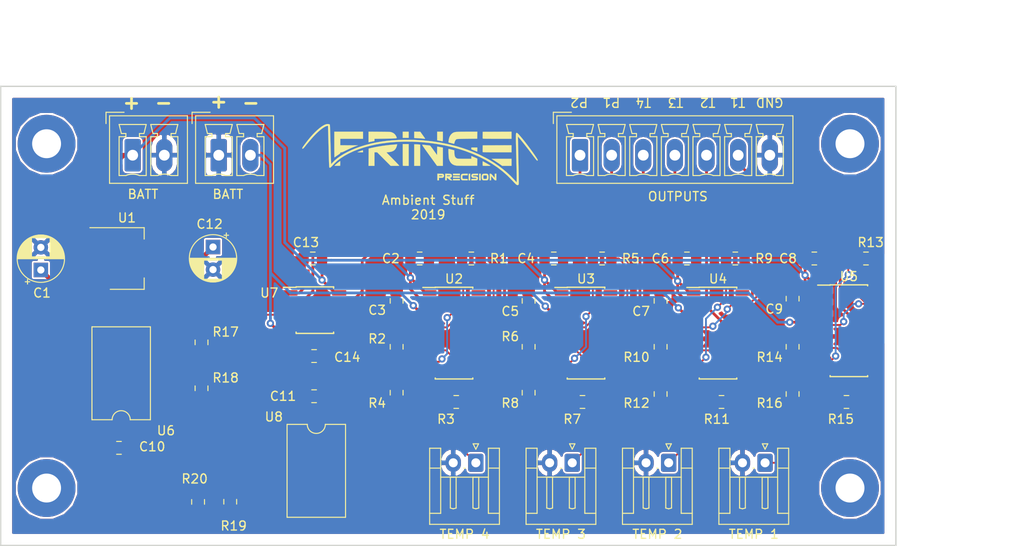
<source format=kicad_pcb>
(kicad_pcb (version 20171130) (host pcbnew "(5.0.0-3-g5ebb6b6)")
  (layers (0 F.Cu signal) (31 B.Cu signal) (34 B.Paste user) (35 F.Paste user) (36 B.SilkS user) (37 F.SilkS user) (38 B.Mask user) (39 F.Mask user) (44 Edge.Cuts user))
  (net 0 "")
  (net 1 "Net-(R3-Pad1)")
  (net 2 "Net-(R3-Pad2)")
  (net 3 GND)
  (net 4 "Net-(R19-Pad1)")
  (net 5 "Net-(R17-Pad1)")
  (net 6 "Net-(R13-Pad2)")
  (net 7 "Net-(R15-Pad1)")
  (net 8 "Net-(R15-Pad2)")
  (net 9 /sheet5DD1B5A5/RTD+)
  (net 10 "Net-(R13-Pad1)")
  (net 11 "Net-(R12-Pad1)")
  (net 12 "Net-(R11-Pad1)")
  (net 13 "Net-(R11-Pad2)")
  (net 14 /sheet5DD1B4ED/RTD+)
  (net 15 "Net-(R10-Pad1)")
  (net 16 "Net-(R1-Pad2)")
  (net 17 "Net-(R1-Pad1)")
  (net 18 /Temperature/RTD+)
  (net 19 "Net-(R5-Pad2)")
  (net 20 "Net-(R5-Pad1)")
  (net 21 /sheet5DD1B435/RTD+)
  (net 22 "Net-(R7-Pad2)")
  (net 23 "Net-(R7-Pad1)")
  (net 24 +5V)
  (net 25 +12V)
  (net 26 /PRESSURE_BK)
  (net 27 /PRESSURE)
  (net 28 "Net-(U5-Pad16)")
  (net 29 "Net-(U5-Pad14)")
  (net 30 "Net-(U5-Pad13)")
  (net 31 /RTD_AMP_3)
  (net 32 -12V)
  (net 33 "Net-(U4-Pad13)")
  (net 34 "Net-(U4-Pad14)")
  (net 35 "Net-(U4-Pad16)")
  (net 36 "Net-(U3-Pad16)")
  (net 37 "Net-(U3-Pad14)")
  (net 38 "Net-(U3-Pad13)")
  (net 39 /RTD_AMP_2)
  (net 40 /RTD_AMP_1)
  (net 41 "Net-(U2-Pad13)")
  (net 42 "Net-(U2-Pad14)")
  (net 43 "Net-(U2-Pad16)")
  (net 44 "Net-(U8-Pad8)")
  (net 45 "Net-(U8-Pad7)")
  (net 46 "Net-(U8-Pad6)")
  (net 47 "Net-(U8-Pad5)")
  (net 48 "Net-(U8-Pad1)")
  (net 49 "Net-(U6-Pad1)")
  (net 50 "Net-(U6-Pad5)")
  (net 51 "Net-(U6-Pad6)")
  (net 52 "Net-(U6-Pad7)")
  (net 53 "Net-(U6-Pad8)")
  (net 54 /RTD_AMP_4)
  (net 55 /sheet5DD1C8A8/P_BK_RAW)
  (net 56 /sheet5DD1C8A8/P_RAW)
  (module Capacitor_SMD:C_0805_2012Metric_Pad1.15x1.40mm_HandSolder (layer F.Cu) (at 142.485 67.31)
    (fp_text reference C13 (at -0.753 -1.778) (layer F.SilkS))
    (fp_text value 0.1uF)
    (pad 2 smd roundrect (at 1.025 0) (size 1.15 1.4) (layers F.Cu F.Paste F.Mask) (roundrect_rratio 0.217391) (net 25 +12V))
    (pad 1 smd roundrect (at -1.025 0) (size 1.15 1.4) (layers F.Cu F.Paste F.Mask) (roundrect_rratio 0.217391) (net 3 GND))
  )
  (module Capacitor_SMD:C_0805_2012Metric_Pad1.15x1.40mm_HandSolder (layer F.Cu) (at 142.63 78.105 180)
    (fp_text reference C14 (at -3.674 -0.127 180) (layer F.SilkS))
    (fp_text value 0.1uF)
    (pad 1 smd roundrect (at -1.025 0 180) (size 1.15 1.4) (layers F.Cu F.Paste F.Mask) (roundrect_rratio 0.217391) (net 3 GND))
    (pad 2 smd roundrect (at 1.025 0 180) (size 1.15 1.4) (layers F.Cu F.Paste F.Mask) (roundrect_rratio 0.217391) (net 32 -12V))
  )
  (module Package_TO_SOT_SMD:SOT-223-3_TabPin2 (layer F.Cu) (at 121.92 67.31)
    (fp_text reference U1 (at 0 -4.5) (layer F.SilkS))
    (fp_text value AZ1117-5.0)
    (pad 2 smd rect (at 3.15 0) (size 2 3.8) (layers F.Cu F.Paste F.Mask) (net 24 +5V))
    (pad 2 smd rect (at -3.15 0) (size 2 1.5) (layers F.Cu F.Paste F.Mask) (net 24 +5V))
    (pad 3 smd rect (at -3.15 2.3) (size 2 1.5) (layers F.Cu F.Paste F.Mask) (net 25 +12V))
    (pad 1 smd rect (at -3.15 -2.3) (size 2 1.5) (layers F.Cu F.Paste F.Mask) (net 3 GND))
  )
  (module Capacitor_THT:CP_Radial_D5.0mm_P2.50mm (layer F.Cu) (at 112.395 68.58 90)
    (fp_text reference C1 (at -2.54 0.127 180) (layer F.SilkS))
    (fp_text value 10uF)
    (pad 2 thru_hole circle (at 2.5 0 90) (size 1.6 1.6) (drill 0.8) (layers *.Cu *.Mask) (net 3 GND))
    (pad 1 thru_hole rect (at 0 0 90) (size 1.6 1.6) (drill 0.8) (layers *.Cu *.Mask) (net 25 +12V))
  )
  (module Capacitor_THT:CP_Radial_D5.0mm_P2.50mm (layer F.Cu) (at 131.445 66.04 270)
    (fp_text reference C12 (at -2.54 0.381) (layer F.SilkS))
    (fp_text value 22uF)
    (pad 1 thru_hole rect (at 0 0 270) (size 1.6 1.6) (drill 0.8) (layers *.Cu *.Mask) (net 24 +5V))
    (pad 2 thru_hole circle (at 2.5 0 270) (size 1.6 1.6) (drill 0.8) (layers *.Cu *.Mask) (net 3 GND))
  )
  (module Capacitor_SMD:C_0805_2012Metric_Pad1.15x1.40mm_HandSolder (layer F.Cu) (at 154.314 67.31)
    (fp_text reference C2 (at -3.184 0) (layer F.SilkS))
    (fp_text value 0.1uF)
    (pad 2 smd roundrect (at 1.025 0) (size 1.15 1.4) (layers F.Cu F.Paste F.Mask) (roundrect_rratio 0.217391) (net 3 GND))
    (pad 1 smd roundrect (at -1.025 0) (size 1.15 1.4) (layers F.Cu F.Paste F.Mask) (roundrect_rratio 0.217391) (net 25 +12V))
  )
  (module Capacitor_SMD:C_0805_2012Metric_Pad1.15x1.40mm_HandSolder (layer F.Cu) (at 151.765 72 90)
    (fp_text reference C3 (at -1.025 -2.159 180) (layer F.SilkS))
    (fp_text value 0.1uF)
    (pad 1 smd roundrect (at -1.025 0 90) (size 1.15 1.4) (layers F.Cu F.Paste F.Mask) (roundrect_rratio 0.217391) (net 32 -12V))
    (pad 2 smd roundrect (at 1.025 0 90) (size 1.15 1.4) (layers F.Cu F.Paste F.Mask) (roundrect_rratio 0.217391) (net 3 GND))
  )
  (module Capacitor_SMD:C_0805_2012Metric_Pad1.15x1.40mm_HandSolder (layer F.Cu) (at 169.155 67.31)
    (fp_text reference C4 (at -3.057 0) (layer F.SilkS))
    (fp_text value 0.1uF)
    (pad 2 smd roundrect (at 1.025 0) (size 1.15 1.4) (layers F.Cu F.Paste F.Mask) (roundrect_rratio 0.217391) (net 3 GND))
    (pad 1 smd roundrect (at -1.025 0) (size 1.15 1.4) (layers F.Cu F.Paste F.Mask) (roundrect_rratio 0.217391) (net 25 +12V))
  )
  (module Capacitor_SMD:C_0805_2012Metric_Pad1.15x1.40mm_HandSolder (layer F.Cu) (at 166.37 72 90)
    (fp_text reference C5 (at -1.152 -2.032 180) (layer F.SilkS))
    (fp_text value 0.1uF)
    (pad 1 smd roundrect (at -1.025 0 90) (size 1.15 1.4) (layers F.Cu F.Paste F.Mask) (roundrect_rratio 0.217391) (net 32 -12V))
    (pad 2 smd roundrect (at 1.025 0 90) (size 1.15 1.4) (layers F.Cu F.Paste F.Mask) (roundrect_rratio 0.217391) (net 3 GND))
  )
  (module Capacitor_SMD:C_0805_2012Metric_Pad1.15x1.40mm_HandSolder (layer F.Cu) (at 183.887 67.31)
    (fp_text reference C6 (at -2.93 0) (layer F.SilkS))
    (fp_text value 0.1uF)
    (pad 2 smd roundrect (at 1.025 0) (size 1.15 1.4) (layers F.Cu F.Paste F.Mask) (roundrect_rratio 0.217391) (net 3 GND))
    (pad 1 smd roundrect (at -1.025 0) (size 1.15 1.4) (layers F.Cu F.Paste F.Mask) (roundrect_rratio 0.217391) (net 25 +12V))
  )
  (module Capacitor_SMD:C_0805_2012Metric_Pad1.15x1.40mm_HandSolder (layer F.Cu) (at 180.975 72 90)
    (fp_text reference C7 (at -1.152 -2.159 180) (layer F.SilkS))
    (fp_text value 0.1uF)
    (pad 1 smd roundrect (at -1.025 0 90) (size 1.15 1.4) (layers F.Cu F.Paste F.Mask) (roundrect_rratio 0.217391) (net 32 -12V))
    (pad 2 smd roundrect (at 1.025 0 90) (size 1.15 1.4) (layers F.Cu F.Paste F.Mask) (roundrect_rratio 0.217391) (net 3 GND))
  )
  (module Capacitor_SMD:C_0805_2012Metric_Pad1.15x1.40mm_HandSolder (layer F.Cu) (at 197.984 67.31)
    (fp_text reference C8 (at -2.912 0) (layer F.SilkS))
    (fp_text value 0.1uF)
    (pad 2 smd roundrect (at 1.025 0) (size 1.15 1.4) (layers F.Cu F.Paste F.Mask) (roundrect_rratio 0.217391) (net 3 GND))
    (pad 1 smd roundrect (at -1.025 0) (size 1.15 1.4) (layers F.Cu F.Paste F.Mask) (roundrect_rratio 0.217391) (net 25 +12V))
  )
  (module Capacitor_SMD:C_0805_2012Metric_Pad1.15x1.40mm_HandSolder (layer F.Cu) (at 195.58 71.755 90)
    (fp_text reference C9 (at -1.143 -2.032 180) (layer F.SilkS))
    (fp_text value 0.1uF)
    (pad 1 smd roundrect (at -1.025 0 90) (size 1.15 1.4) (layers F.Cu F.Paste F.Mask) (roundrect_rratio 0.217391) (net 32 -12V))
    (pad 2 smd roundrect (at 1.025 0 90) (size 1.15 1.4) (layers F.Cu F.Paste F.Mask) (roundrect_rratio 0.217391) (net 3 GND))
  )
  (module Capacitor_SMD:C_0805_2012Metric_Pad1.15x1.40mm_HandSolder (layer F.Cu) (at 121.04 88.265 180)
    (fp_text reference C10 (at -3.674 0.127 180) (layer F.SilkS))
    (fp_text value 0.1uF)
    (pad 2 smd roundrect (at 1.025 0 180) (size 1.15 1.4) (layers F.Cu F.Paste F.Mask) (roundrect_rratio 0.217391) (net 3 GND))
    (pad 1 smd roundrect (at -1.025 0 180) (size 1.15 1.4) (layers F.Cu F.Paste F.Mask) (roundrect_rratio 0.217391) (net 24 +5V))
  )
  (module Capacitor_SMD:C_0805_2012Metric_Pad1.15x1.40mm_HandSolder (layer F.Cu) (at 142.63 82.55)
    (fp_text reference C11 (at -3.438 0) (layer F.SilkS))
    (fp_text value 0.1uF)
    (pad 1 smd roundrect (at -1.025 0) (size 1.15 1.4) (layers F.Cu F.Paste F.Mask) (roundrect_rratio 0.217391) (net 24 +5V))
    (pad 2 smd roundrect (at 1.025 0) (size 1.15 1.4) (layers F.Cu F.Paste F.Mask) (roundrect_rratio 0.217391) (net 3 GND))
  )
  (module Connector_JST:JST_EH_S02B-EH_1x02_P2.50mm_Horizontal (layer F.Cu) (at 160.528 89.916 180)
    (fp_text reference "TEMP 4" (at 1.25 -7.9 180) (layer F.SilkS))
    (fp_text value "RTD CONN")
    (pad 2 thru_hole oval (at 2.5 0 180) (size 1.7 2) (drill 1) (layers *.Cu *.Mask) (net 3 GND))
    (pad 1 thru_hole roundrect (at 0 0 180) (size 1.7 2) (drill 1) (layers *.Cu *.Mask) (roundrect_rratio 0.147059) (net 18 /Temperature/RTD+))
  )
  (module Connector_JST:JST_EH_S02B-EH_1x02_P2.50mm_Horizontal (layer F.Cu) (at 171.196 89.916 180)
    (fp_text reference "TEMP 3" (at 1.25 -7.9 180) (layer F.SilkS))
    (fp_text value "RTD CONN")
    (pad 1 thru_hole roundrect (at 0 0 180) (size 1.7 2) (drill 1) (layers *.Cu *.Mask) (roundrect_rratio 0.147059) (net 21 /sheet5DD1B435/RTD+))
    (pad 2 thru_hole oval (at 2.5 0 180) (size 1.7 2) (drill 1) (layers *.Cu *.Mask) (net 3 GND))
  )
  (module Connector_JST:JST_EH_S02B-EH_1x02_P2.50mm_Horizontal (layer F.Cu) (at 181.864 89.916 180)
    (fp_text reference "TEMP 2" (at 1.25 -7.9 180) (layer F.SilkS))
    (fp_text value "RTD CONN")
    (pad 2 thru_hole oval (at 2.5 0 180) (size 1.7 2) (drill 1) (layers *.Cu *.Mask) (net 3 GND))
    (pad 1 thru_hole roundrect (at 0 0 180) (size 1.7 2) (drill 1) (layers *.Cu *.Mask) (roundrect_rratio 0.147059) (net 14 /sheet5DD1B4ED/RTD+))
  )
  (module Connector_JST:JST_EH_S02B-EH_1x02_P2.50mm_Horizontal (layer F.Cu) (at 192.532 89.916 180)
    (fp_text reference "TEMP 1" (at 1.25 -7.9 180) (layer F.SilkS))
    (fp_text value "RTD CONN")
    (pad 1 thru_hole roundrect (at 0 0 180) (size 1.7 2) (drill 1) (layers *.Cu *.Mask) (roundrect_rratio 0.147059) (net 9 /sheet5DD1B5A5/RTD+))
    (pad 2 thru_hole oval (at 2.5 0 180) (size 1.7 2) (drill 1) (layers *.Cu *.Mask) (net 3 GND))
  )
  (module Connector_Phoenix_MC:PhoenixContact_MCV_1,5_2-G-3.5_1x02_P3.50mm_Vertical (layer F.Cu) (at 122.555 55.88)
    (fp_text reference J1 hide)
    (fp_text value BATT+)
    (pad 2 thru_hole oval (at 3.5 0) (size 1.8 3.6) (drill 1.2) (layers *.Cu *.Mask) (net 3 GND))
    (pad 1 thru_hole roundrect (at 0 0) (size 1.8 3.6) (drill 1.2) (layers *.Cu *.Mask) (roundrect_rratio 0.138889) (net 25 +12V))
  )
  (module Connector_Phoenix_MC:PhoenixContact_MCV_1,5_2-G-3.5_1x02_P3.50mm_Vertical (layer F.Cu) (at 132.08 55.88)
    (fp_text reference J3 hide)
    (fp_text value BATT-)
    (pad 1 thru_hole roundrect (at 0 0) (size 1.8 3.6) (drill 1.2) (layers *.Cu *.Mask) (roundrect_rratio 0.138889) (net 3 GND))
    (pad 2 thru_hole oval (at 3.5 0) (size 1.8 3.6) (drill 1.2) (layers *.Cu *.Mask) (net 32 -12V))
  )
  (module Connector_Phoenix_MC:PhoenixContact_MCV_1,5_7-G-3.5_1x07_P3.50mm_Vertical (layer F.Cu) (at 172.055 55.88)
    (fp_text reference J2 hide)
    (fp_text value "DAQ CONN")
    (pad 1 thru_hole roundrect (at 0 0) (size 1.8 3.6) (drill 1.2) (layers *.Cu *.Mask) (roundrect_rratio 0.138889) (net 27 /PRESSURE))
    (pad 2 thru_hole oval (at 3.5 0) (size 1.8 3.6) (drill 1.2) (layers *.Cu *.Mask) (net 26 /PRESSURE_BK))
    (pad 3 thru_hole oval (at 7 0) (size 1.8 3.6) (drill 1.2) (layers *.Cu *.Mask) (net 40 /RTD_AMP_1))
    (pad 4 thru_hole oval (at 10.5 0) (size 1.8 3.6) (drill 1.2) (layers *.Cu *.Mask) (net 39 /RTD_AMP_2))
    (pad 5 thru_hole oval (at 14 0) (size 1.8 3.6) (drill 1.2) (layers *.Cu *.Mask) (net 31 /RTD_AMP_3))
    (pad 6 thru_hole oval (at 17.5 0) (size 1.8 3.6) (drill 1.2) (layers *.Cu *.Mask) (net 54 /RTD_AMP_4))
    (pad 7 thru_hole oval (at 21 0) (size 1.8 3.6) (drill 1.2) (layers *.Cu *.Mask) (net 3 GND))
  )
  (module Housings_DIP:SMDIP-8_W9.53mm (layer F.Cu) (at 121.285 80.01 180)
    (fp_text reference U6 (at -4.953 -6.35 180) (layer F.SilkS))
    (fp_text value MPXA6115A)
    (pad 1 smd rect (at -4.765 -3.81 180) (size 2 1.78) (layers F.Cu F.Paste F.Mask) (net 49 "Net-(U6-Pad1)"))
    (pad 5 smd rect (at 4.765 3.81 180) (size 2 1.78) (layers F.Cu F.Paste F.Mask) (net 50 "Net-(U6-Pad5)"))
    (pad 2 smd rect (at -4.765 -1.27 180) (size 2 1.78) (layers F.Cu F.Paste F.Mask) (net 24 +5V))
    (pad 6 smd rect (at 4.765 1.27 180) (size 2 1.78) (layers F.Cu F.Paste F.Mask) (net 51 "Net-(U6-Pad6)"))
    (pad 3 smd rect (at -4.765 1.27 180) (size 2 1.78) (layers F.Cu F.Paste F.Mask) (net 3 GND))
    (pad 7 smd rect (at 4.765 -1.27 180) (size 2 1.78) (layers F.Cu F.Paste F.Mask) (net 52 "Net-(U6-Pad7)"))
    (pad 4 smd rect (at -4.765 3.81 180) (size 2 1.78) (layers F.Cu F.Paste F.Mask) (net 5 "Net-(R17-Pad1)"))
    (pad 8 smd rect (at 4.765 -3.81 180) (size 2 1.78) (layers F.Cu F.Paste F.Mask) (net 53 "Net-(U6-Pad8)"))
  )
  (module Housings_DIP:SMDIP-8_W9.53mm (layer F.Cu) (at 142.875 90.805)
    (fp_text reference U8 (at -4.699 -5.969) (layer F.SilkS))
    (fp_text value MPXA6115A)
    (pad 8 smd rect (at 4.765 -3.81) (size 2 1.78) (layers F.Cu F.Paste F.Mask) (net 44 "Net-(U8-Pad8)"))
    (pad 4 smd rect (at -4.765 3.81) (size 2 1.78) (layers F.Cu F.Paste F.Mask) (net 4 "Net-(R19-Pad1)"))
    (pad 7 smd rect (at 4.765 -1.27) (size 2 1.78) (layers F.Cu F.Paste F.Mask) (net 45 "Net-(U8-Pad7)"))
    (pad 3 smd rect (at -4.765 1.27) (size 2 1.78) (layers F.Cu F.Paste F.Mask) (net 3 GND))
    (pad 6 smd rect (at 4.765 1.27) (size 2 1.78) (layers F.Cu F.Paste F.Mask) (net 46 "Net-(U8-Pad6)"))
    (pad 2 smd rect (at -4.765 -1.27) (size 2 1.78) (layers F.Cu F.Paste F.Mask) (net 24 +5V))
    (pad 5 smd rect (at 4.765 3.81) (size 2 1.78) (layers F.Cu F.Paste F.Mask) (net 47 "Net-(U8-Pad5)"))
    (pad 1 smd rect (at -4.765 -3.81) (size 2 1.78) (layers F.Cu F.Paste F.Mask) (net 48 "Net-(U8-Pad1)"))
  )
  (module Housings_SOIC:SOIC-16_3.9x9.9mm_Pitch1.27mm (layer F.Cu) (at 158.115 75.565)
    (fp_text reference U2 (at 0 -6) (layer F.SilkS))
    (fp_text value INA125P)
    (pad 1 smd rect (at -2.7 -4.445) (size 1.5 0.6) (layers F.Cu F.Paste F.Mask) (net 25 +12V))
    (pad 2 smd rect (at -2.7 -3.175) (size 1.5 0.6) (layers F.Cu F.Paste F.Mask) (net 25 +12V))
    (pad 3 smd rect (at -2.7 -1.905) (size 1.5 0.6) (layers F.Cu F.Paste F.Mask) (net 32 -12V))
    (pad 4 smd rect (at -2.7 -0.635) (size 1.5 0.6) (layers F.Cu F.Paste F.Mask) (net 17 "Net-(R1-Pad1)"))
    (pad 5 smd rect (at -2.7 0.635) (size 1.5 0.6) (layers F.Cu F.Paste F.Mask) (net 3 GND))
    (pad 6 smd rect (at -2.7 1.905) (size 1.5 0.6) (layers F.Cu F.Paste F.Mask) (net 18 /Temperature/RTD+))
    (pad 7 smd rect (at -2.7 3.175) (size 1.5 0.6) (layers F.Cu F.Paste F.Mask) (net 16 "Net-(R1-Pad2)"))
    (pad 8 smd rect (at -2.7 4.445) (size 1.5 0.6) (layers F.Cu F.Paste F.Mask) (net 1 "Net-(R3-Pad1)"))
    (pad 9 smd rect (at 2.7 4.445) (size 1.5 0.6) (layers F.Cu F.Paste F.Mask) (net 2 "Net-(R3-Pad2)"))
    (pad 10 smd rect (at 2.7 3.175) (size 1.5 0.6) (layers F.Cu F.Paste F.Mask) (net 40 /RTD_AMP_1))
    (pad 11 smd rect (at 2.7 1.905) (size 1.5 0.6) (layers F.Cu F.Paste F.Mask) (net 40 /RTD_AMP_1))
    (pad 12 smd rect (at 2.7 0.635) (size 1.5 0.6) (layers F.Cu F.Paste F.Mask) (net 3 GND))
    (pad 13 smd rect (at 2.7 -0.635) (size 1.5 0.6) (layers F.Cu F.Paste F.Mask) (net 41 "Net-(U2-Pad13)"))
    (pad 14 smd rect (at 2.7 -1.905) (size 1.5 0.6) (layers F.Cu F.Paste F.Mask) (net 42 "Net-(U2-Pad14)"))
    (pad 15 smd rect (at 2.7 -3.175) (size 1.5 0.6) (layers F.Cu F.Paste F.Mask) (net 17 "Net-(R1-Pad1)"))
    (pad 16 smd rect (at 2.7 -4.445) (size 1.5 0.6) (layers F.Cu F.Paste F.Mask) (net 43 "Net-(U2-Pad16)"))
  )
  (module Housings_SOIC:SOIC-16_3.9x9.9mm_Pitch1.27mm (layer F.Cu) (at 172.72 75.565)
    (fp_text reference U3 (at 0 -6) (layer F.SilkS))
    (fp_text value INA125P)
    (pad 16 smd rect (at 2.7 -4.445) (size 1.5 0.6) (layers F.Cu F.Paste F.Mask) (net 36 "Net-(U3-Pad16)"))
    (pad 15 smd rect (at 2.7 -3.175) (size 1.5 0.6) (layers F.Cu F.Paste F.Mask) (net 20 "Net-(R5-Pad1)"))
    (pad 14 smd rect (at 2.7 -1.905) (size 1.5 0.6) (layers F.Cu F.Paste F.Mask) (net 37 "Net-(U3-Pad14)"))
    (pad 13 smd rect (at 2.7 -0.635) (size 1.5 0.6) (layers F.Cu F.Paste F.Mask) (net 38 "Net-(U3-Pad13)"))
    (pad 12 smd rect (at 2.7 0.635) (size 1.5 0.6) (layers F.Cu F.Paste F.Mask) (net 3 GND))
    (pad 11 smd rect (at 2.7 1.905) (size 1.5 0.6) (layers F.Cu F.Paste F.Mask) (net 39 /RTD_AMP_2))
    (pad 10 smd rect (at 2.7 3.175) (size 1.5 0.6) (layers F.Cu F.Paste F.Mask) (net 39 /RTD_AMP_2))
    (pad 9 smd rect (at 2.7 4.445) (size 1.5 0.6) (layers F.Cu F.Paste F.Mask) (net 22 "Net-(R7-Pad2)"))
    (pad 8 smd rect (at -2.7 4.445) (size 1.5 0.6) (layers F.Cu F.Paste F.Mask) (net 23 "Net-(R7-Pad1)"))
    (pad 7 smd rect (at -2.7 3.175) (size 1.5 0.6) (layers F.Cu F.Paste F.Mask) (net 19 "Net-(R5-Pad2)"))
    (pad 6 smd rect (at -2.7 1.905) (size 1.5 0.6) (layers F.Cu F.Paste F.Mask) (net 21 /sheet5DD1B435/RTD+))
    (pad 5 smd rect (at -2.7 0.635) (size 1.5 0.6) (layers F.Cu F.Paste F.Mask) (net 3 GND))
    (pad 4 smd rect (at -2.7 -0.635) (size 1.5 0.6) (layers F.Cu F.Paste F.Mask) (net 20 "Net-(R5-Pad1)"))
    (pad 3 smd rect (at -2.7 -1.905) (size 1.5 0.6) (layers F.Cu F.Paste F.Mask) (net 32 -12V))
    (pad 2 smd rect (at -2.7 -3.175) (size 1.5 0.6) (layers F.Cu F.Paste F.Mask) (net 25 +12V))
    (pad 1 smd rect (at -2.7 -4.445) (size 1.5 0.6) (layers F.Cu F.Paste F.Mask) (net 25 +12V))
  )
  (module Housings_SOIC:SOIC-16_3.9x9.9mm_Pitch1.27mm (layer F.Cu) (at 187.325 75.565)
    (fp_text reference U4 (at 0 -6) (layer F.SilkS))
    (fp_text value INA125P)
    (pad 1 smd rect (at -2.7 -4.445) (size 1.5 0.6) (layers F.Cu F.Paste F.Mask) (net 25 +12V))
    (pad 2 smd rect (at -2.7 -3.175) (size 1.5 0.6) (layers F.Cu F.Paste F.Mask) (net 25 +12V))
    (pad 3 smd rect (at -2.7 -1.905) (size 1.5 0.6) (layers F.Cu F.Paste F.Mask) (net 32 -12V))
    (pad 4 smd rect (at -2.7 -0.635) (size 1.5 0.6) (layers F.Cu F.Paste F.Mask) (net 15 "Net-(R10-Pad1)"))
    (pad 5 smd rect (at -2.7 0.635) (size 1.5 0.6) (layers F.Cu F.Paste F.Mask) (net 3 GND))
    (pad 6 smd rect (at -2.7 1.905) (size 1.5 0.6) (layers F.Cu F.Paste F.Mask) (net 14 /sheet5DD1B4ED/RTD+))
    (pad 7 smd rect (at -2.7 3.175) (size 1.5 0.6) (layers F.Cu F.Paste F.Mask) (net 11 "Net-(R12-Pad1)"))
    (pad 8 smd rect (at -2.7 4.445) (size 1.5 0.6) (layers F.Cu F.Paste F.Mask) (net 12 "Net-(R11-Pad1)"))
    (pad 9 smd rect (at 2.7 4.445) (size 1.5 0.6) (layers F.Cu F.Paste F.Mask) (net 13 "Net-(R11-Pad2)"))
    (pad 10 smd rect (at 2.7 3.175) (size 1.5 0.6) (layers F.Cu F.Paste F.Mask) (net 31 /RTD_AMP_3))
    (pad 11 smd rect (at 2.7 1.905) (size 1.5 0.6) (layers F.Cu F.Paste F.Mask) (net 31 /RTD_AMP_3))
    (pad 12 smd rect (at 2.7 0.635) (size 1.5 0.6) (layers F.Cu F.Paste F.Mask) (net 3 GND))
    (pad 13 smd rect (at 2.7 -0.635) (size 1.5 0.6) (layers F.Cu F.Paste F.Mask) (net 33 "Net-(U4-Pad13)"))
    (pad 14 smd rect (at 2.7 -1.905) (size 1.5 0.6) (layers F.Cu F.Paste F.Mask) (net 34 "Net-(U4-Pad14)"))
    (pad 15 smd rect (at 2.7 -3.175) (size 1.5 0.6) (layers F.Cu F.Paste F.Mask) (net 15 "Net-(R10-Pad1)"))
    (pad 16 smd rect (at 2.7 -4.445) (size 1.5 0.6) (layers F.Cu F.Paste F.Mask) (net 35 "Net-(U4-Pad16)"))
  )
  (module Housings_SOIC:SOIC-16_3.9x9.9mm_Pitch1.27mm (layer F.Cu) (at 201.806001 75.303001)
    (fp_text reference U5 (at 0 -6) (layer F.SilkS))
    (fp_text value INA125P)
    (pad 16 smd rect (at 2.7 -4.445) (size 1.5 0.6) (layers F.Cu F.Paste F.Mask) (net 28 "Net-(U5-Pad16)"))
    (pad 15 smd rect (at 2.7 -3.175) (size 1.5 0.6) (layers F.Cu F.Paste F.Mask) (net 10 "Net-(R13-Pad1)"))
    (pad 14 smd rect (at 2.7 -1.905) (size 1.5 0.6) (layers F.Cu F.Paste F.Mask) (net 29 "Net-(U5-Pad14)"))
    (pad 13 smd rect (at 2.7 -0.635) (size 1.5 0.6) (layers F.Cu F.Paste F.Mask) (net 30 "Net-(U5-Pad13)"))
    (pad 12 smd rect (at 2.7 0.635) (size 1.5 0.6) (layers F.Cu F.Paste F.Mask) (net 3 GND))
    (pad 11 smd rect (at 2.7 1.905) (size 1.5 0.6) (layers F.Cu F.Paste F.Mask) (net 54 /RTD_AMP_4))
    (pad 10 smd rect (at 2.7 3.175) (size 1.5 0.6) (layers F.Cu F.Paste F.Mask) (net 54 /RTD_AMP_4))
    (pad 9 smd rect (at 2.7 4.445) (size 1.5 0.6) (layers F.Cu F.Paste F.Mask) (net 8 "Net-(R15-Pad2)"))
    (pad 8 smd rect (at -2.7 4.445) (size 1.5 0.6) (layers F.Cu F.Paste F.Mask) (net 7 "Net-(R15-Pad1)"))
    (pad 7 smd rect (at -2.7 3.175) (size 1.5 0.6) (layers F.Cu F.Paste F.Mask) (net 6 "Net-(R13-Pad2)"))
    (pad 6 smd rect (at -2.7 1.905) (size 1.5 0.6) (layers F.Cu F.Paste F.Mask) (net 9 /sheet5DD1B5A5/RTD+))
    (pad 5 smd rect (at -2.7 0.635) (size 1.5 0.6) (layers F.Cu F.Paste F.Mask) (net 3 GND))
    (pad 4 smd rect (at -2.7 -0.635) (size 1.5 0.6) (layers F.Cu F.Paste F.Mask) (net 10 "Net-(R13-Pad1)"))
    (pad 3 smd rect (at -2.7 -1.905) (size 1.5 0.6) (layers F.Cu F.Paste F.Mask) (net 32 -12V))
    (pad 2 smd rect (at -2.7 -3.175) (size 1.5 0.6) (layers F.Cu F.Paste F.Mask) (net 25 +12V))
    (pad 1 smd rect (at -2.7 -4.445) (size 1.5 0.6) (layers F.Cu F.Paste F.Mask) (net 25 +12V))
  )
  (module Housings_SOIC:SOIC-8_3.9x4.9mm_Pitch1.27mm (layer F.Cu) (at 142.715 73.025)
    (fp_text reference U7 (at -5.047 -1.905) (layer F.SilkS))
    (fp_text value TL082)
    (pad 8 smd rect (at 2.7 -1.905) (size 1.55 0.6) (layers F.Cu F.Paste F.Mask) (net 25 +12V))
    (pad 7 smd rect (at 2.7 -0.635) (size 1.55 0.6) (layers F.Cu F.Paste F.Mask) (net 26 /PRESSURE_BK))
    (pad 6 smd rect (at 2.7 0.635) (size 1.55 0.6) (layers F.Cu F.Paste F.Mask) (net 26 /PRESSURE_BK))
    (pad 5 smd rect (at 2.7 1.905) (size 1.55 0.6) (layers F.Cu F.Paste F.Mask) (net 55 /sheet5DD1C8A8/P_BK_RAW))
    (pad 4 smd rect (at -2.7 1.905) (size 1.55 0.6) (layers F.Cu F.Paste F.Mask) (net 32 -12V))
    (pad 3 smd rect (at -2.7 0.635) (size 1.55 0.6) (layers F.Cu F.Paste F.Mask) (net 56 /sheet5DD1C8A8/P_RAW))
    (pad 2 smd rect (at -2.7 -0.635) (size 1.55 0.6) (layers F.Cu F.Paste F.Mask) (net 27 /PRESSURE))
    (pad 1 smd rect (at -2.7 -1.905) (size 1.55 0.6) (layers F.Cu F.Paste F.Mask) (net 27 /PRESSURE))
  )
  (module MountingHole:MountingHole_3.2mm_M3_Pad (layer F.Cu) (at 201.93 92.71)
    (fp_text reference H4 hide)
    (fp_text value MountingHole)
    (pad 1 thru_hole circle (at 0 0) (size 6.4 6.4) (drill 3.2) (layers *.Cu *.Mask))
  )
  (module MountingHole:MountingHole_3.2mm_M3_Pad (layer F.Cu) (at 113.03 92.71)
    (fp_text reference H3 hide)
    (fp_text value MountingHole)
    (pad 1 thru_hole circle (at 0 0) (size 6.4 6.4) (drill 3.2) (layers *.Cu *.Mask))
  )
  (module MountingHole:MountingHole_3.2mm_M3_Pad (layer F.Cu) (at 201.93 54.61)
    (fp_text reference H2 hide)
    (fp_text value MountingHole)
    (pad 1 thru_hole circle (at 0 0) (size 6.4 6.4) (drill 3.2) (layers *.Cu *.Mask))
  )
  (module MountingHole:MountingHole_3.2mm_M3_Pad (layer F.Cu) (at 113.03 54.61)
    (fp_text reference H1 hide)
    (fp_text value MountingHole)
    (pad 1 thru_hole circle (at 0 0) (size 6.4 6.4) (drill 3.2) (layers *.Cu *.Mask))
  )
  (module Resistor_SMD:R_0805_2012Metric_Pad1.15x1.40mm_HandSolder (layer F.Cu) (at 172.33 83.185)
    (fp_text reference R7 (at -1.134 1.905) (layer F.SilkS))
    (fp_text value 2K)
    (pad 2 smd roundrect (at 1.025 0) (size 1.15 1.4) (layers F.Cu F.Paste F.Mask) (roundrect_rratio 0.217391) (net 22 "Net-(R7-Pad2)"))
    (pad 1 smd roundrect (at -1.025 0) (size 1.15 1.4) (layers F.Cu F.Paste F.Mask) (roundrect_rratio 0.217391) (net 23 "Net-(R7-Pad1)"))
  )
  (module Resistor_SMD:R_0805_2012Metric_Pad1.15x1.40mm_HandSolder (layer F.Cu) (at 166.37 77.08 270)
    (fp_text reference R6 (at -1.134 2.032) (layer F.SilkS))
    (fp_text value 1K1)
    (pad 1 smd roundrect (at -1.025 0 270) (size 1.15 1.4) (layers F.Cu F.Paste F.Mask) (roundrect_rratio 0.217391) (net 20 "Net-(R5-Pad1)"))
    (pad 2 smd roundrect (at 1.025 0 270) (size 1.15 1.4) (layers F.Cu F.Paste F.Mask) (roundrect_rratio 0.217391) (net 21 /sheet5DD1B435/RTD+))
  )
  (module Resistor_SMD:R_0805_2012Metric_Pad1.15x1.40mm_HandSolder (layer F.Cu) (at 174.498 67.31 180)
    (fp_text reference R5 (at -3.166 0 180) (layer F.SilkS))
    (fp_text value 330K)
    (pad 2 smd roundrect (at 1.025 0 180) (size 1.15 1.4) (layers F.Cu F.Paste F.Mask) (roundrect_rratio 0.217391) (net 19 "Net-(R5-Pad2)"))
    (pad 1 smd roundrect (at -1.025 0 180) (size 1.15 1.4) (layers F.Cu F.Paste F.Mask) (roundrect_rratio 0.217391) (net 20 "Net-(R5-Pad1)"))
  )
  (module Resistor_SMD:R_0805_2012Metric_Pad1.15x1.40mm_HandSolder (layer F.Cu) (at 151.765 82.16 90)
    (fp_text reference R4 (at -1.152 -2.159 180) (layer F.SilkS))
    (fp_text value 3K3)
    (pad 1 smd roundrect (at -1.025 0 90) (size 1.15 1.4) (layers F.Cu F.Paste F.Mask) (roundrect_rratio 0.217391) (net 16 "Net-(R1-Pad2)"))
    (pad 2 smd roundrect (at 1.025 0 90) (size 1.15 1.4) (layers F.Cu F.Paste F.Mask) (roundrect_rratio 0.217391) (net 3 GND))
  )
  (module Resistor_SMD:R_0805_2012Metric_Pad1.15x1.40mm_HandSolder (layer F.Cu) (at 166.37 82.16 90)
    (fp_text reference R8 (at -1.152 -2.032 180) (layer F.SilkS))
    (fp_text value 3K3)
    (pad 2 smd roundrect (at 1.025 0 90) (size 1.15 1.4) (layers F.Cu F.Paste F.Mask) (roundrect_rratio 0.217391) (net 3 GND))
    (pad 1 smd roundrect (at -1.025 0 90) (size 1.15 1.4) (layers F.Cu F.Paste F.Mask) (roundrect_rratio 0.217391) (net 19 "Net-(R5-Pad2)"))
  )
  (module Resistor_SMD:R_0805_2012Metric_Pad1.15x1.40mm_HandSolder (layer F.Cu) (at 151.765 77.08 270)
    (fp_text reference R2 (at -0.88 2.159) (layer F.SilkS))
    (fp_text value 1K1)
    (pad 1 smd roundrect (at -1.025 0 270) (size 1.15 1.4) (layers F.Cu F.Paste F.Mask) (roundrect_rratio 0.217391) (net 17 "Net-(R1-Pad1)"))
    (pad 2 smd roundrect (at 1.025 0 270) (size 1.15 1.4) (layers F.Cu F.Paste F.Mask) (roundrect_rratio 0.217391) (net 18 /Temperature/RTD+))
  )
  (module Resistor_SMD:R_0805_2012Metric_Pad1.15x1.40mm_HandSolder (layer F.Cu) (at 160.029 67.31 180)
    (fp_text reference R1 (at -3.039 0 180) (layer F.SilkS))
    (fp_text value 330K)
    (pad 2 smd roundrect (at 1.025 0 180) (size 1.15 1.4) (layers F.Cu F.Paste F.Mask) (roundrect_rratio 0.217391) (net 16 "Net-(R1-Pad2)"))
    (pad 1 smd roundrect (at -1.025 0 180) (size 1.15 1.4) (layers F.Cu F.Paste F.Mask) (roundrect_rratio 0.217391) (net 17 "Net-(R1-Pad1)"))
  )
  (module Resistor_SMD:R_0805_2012Metric_Pad1.15x1.40mm_HandSolder (layer F.Cu) (at 189.239 67.31 180)
    (fp_text reference R9 (at -3.184 0 180) (layer F.SilkS))
    (fp_text value 330K)
    (pad 1 smd roundrect (at -1.025 0 180) (size 1.15 1.4) (layers F.Cu F.Paste F.Mask) (roundrect_rratio 0.217391) (net 15 "Net-(R10-Pad1)"))
    (pad 2 smd roundrect (at 1.025 0 180) (size 1.15 1.4) (layers F.Cu F.Paste F.Mask) (roundrect_rratio 0.217391) (net 11 "Net-(R12-Pad1)"))
  )
  (module Resistor_SMD:R_0805_2012Metric_Pad1.15x1.40mm_HandSolder (layer F.Cu) (at 180.975 77.08 270)
    (fp_text reference R10 (at 1.152 2.667) (layer F.SilkS))
    (fp_text value 1K1)
    (pad 2 smd roundrect (at 1.025 0 270) (size 1.15 1.4) (layers F.Cu F.Paste F.Mask) (roundrect_rratio 0.217391) (net 14 /sheet5DD1B4ED/RTD+))
    (pad 1 smd roundrect (at -1.025 0 270) (size 1.15 1.4) (layers F.Cu F.Paste F.Mask) (roundrect_rratio 0.217391) (net 15 "Net-(R10-Pad1)"))
  )
  (module Resistor_SMD:R_0805_2012Metric_Pad1.15x1.40mm_HandSolder (layer F.Cu) (at 187.715 83.185)
    (fp_text reference R11 (at -0.517 1.905) (layer F.SilkS))
    (fp_text value 2K)
    (pad 1 smd roundrect (at -1.025 0) (size 1.15 1.4) (layers F.Cu F.Paste F.Mask) (roundrect_rratio 0.217391) (net 12 "Net-(R11-Pad1)"))
    (pad 2 smd roundrect (at 1.025 0) (size 1.15 1.4) (layers F.Cu F.Paste F.Mask) (roundrect_rratio 0.217391) (net 13 "Net-(R11-Pad2)"))
  )
  (module Resistor_SMD:R_0805_2012Metric_Pad1.15x1.40mm_HandSolder (layer F.Cu) (at 180.975 82.305 90)
    (fp_text reference R12 (at -1.007 -2.667 180) (layer F.SilkS))
    (fp_text value 3K3)
    (pad 2 smd roundrect (at 1.025 0 90) (size 1.15 1.4) (layers F.Cu F.Paste F.Mask) (roundrect_rratio 0.217391) (net 3 GND))
    (pad 1 smd roundrect (at -1.025 0 90) (size 1.15 1.4) (layers F.Cu F.Paste F.Mask) (roundrect_rratio 0.217391) (net 11 "Net-(R12-Pad1)"))
  )
  (module Resistor_SMD:R_0805_2012Metric_Pad1.15x1.40mm_HandSolder (layer F.Cu) (at 203.699 67.31 180)
    (fp_text reference R13 (at -0.517 1.778 180) (layer F.SilkS))
    (fp_text value 330K)
    (pad 1 smd roundrect (at -1.025 0 180) (size 1.15 1.4) (layers F.Cu F.Paste F.Mask) (roundrect_rratio 0.217391) (net 10 "Net-(R13-Pad1)"))
    (pad 2 smd roundrect (at 1.025 0 180) (size 1.15 1.4) (layers F.Cu F.Paste F.Mask) (roundrect_rratio 0.217391) (net 6 "Net-(R13-Pad2)"))
  )
  (module Resistor_SMD:R_0805_2012Metric_Pad1.15x1.40mm_HandSolder (layer F.Cu) (at 195.58 77.08 270)
    (fp_text reference R14 (at 1.152 2.54) (layer F.SilkS))
    (fp_text value 1K1)
    (pad 2 smd roundrect (at 1.025 0 270) (size 1.15 1.4) (layers F.Cu F.Paste F.Mask) (roundrect_rratio 0.217391) (net 9 /sheet5DD1B5A5/RTD+))
    (pad 1 smd roundrect (at -1.025 0 270) (size 1.15 1.4) (layers F.Cu F.Paste F.Mask) (roundrect_rratio 0.217391) (net 10 "Net-(R13-Pad1)"))
  )
  (module Resistor_SMD:R_0805_2012Metric_Pad1.15x1.40mm_HandSolder (layer F.Cu) (at 201.54 83.185)
    (fp_text reference R15 (at -0.626 1.905) (layer F.SilkS))
    (fp_text value 2K)
    (pad 1 smd roundrect (at -1.025 0) (size 1.15 1.4) (layers F.Cu F.Paste F.Mask) (roundrect_rratio 0.217391) (net 7 "Net-(R15-Pad1)"))
    (pad 2 smd roundrect (at 1.025 0) (size 1.15 1.4) (layers F.Cu F.Paste F.Mask) (roundrect_rratio 0.217391) (net 8 "Net-(R15-Pad2)"))
  )
  (module Resistor_SMD:R_0805_2012Metric_Pad1.15x1.40mm_HandSolder (layer F.Cu) (at 195.58 82.305 90)
    (fp_text reference R16 (at -1.007 -2.54 180) (layer F.SilkS))
    (fp_text value 3K3)
    (pad 2 smd roundrect (at 1.025 0 90) (size 1.15 1.4) (layers F.Cu F.Paste F.Mask) (roundrect_rratio 0.217391) (net 3 GND))
    (pad 1 smd roundrect (at -1.025 0 90) (size 1.15 1.4) (layers F.Cu F.Paste F.Mask) (roundrect_rratio 0.217391) (net 6 "Net-(R13-Pad2)"))
  )
  (module Resistor_SMD:R_0805_2012Metric_Pad1.15x1.40mm_HandSolder (layer F.Cu) (at 130.175 76.59 270)
    (fp_text reference R17 (at -1.152 -2.667) (layer F.SilkS))
    (fp_text value 47K)
    (pad 1 smd roundrect (at -1.025 0 270) (size 1.15 1.4) (layers F.Cu F.Paste F.Mask) (roundrect_rratio 0.217391) (net 5 "Net-(R17-Pad1)"))
    (pad 2 smd roundrect (at 1.025 0 270) (size 1.15 1.4) (layers F.Cu F.Paste F.Mask) (roundrect_rratio 0.217391) (net 56 /sheet5DD1C8A8/P_RAW))
  )
  (module Resistor_SMD:R_0805_2012Metric_Pad1.15x1.40mm_HandSolder (layer F.Cu) (at 130.175 81.67 270)
    (fp_text reference R18 (at -1.152 -2.667) (layer F.SilkS))
    (fp_text value 8K2)
    (pad 2 smd roundrect (at 1.025 0 270) (size 1.15 1.4) (layers F.Cu F.Paste F.Mask) (roundrect_rratio 0.217391) (net 3 GND))
    (pad 1 smd roundrect (at -1.025 0 270) (size 1.15 1.4) (layers F.Cu F.Paste F.Mask) (roundrect_rratio 0.217391) (net 56 /sheet5DD1C8A8/P_RAW))
  )
  (module Resistor_SMD:R_0805_2012Metric_Pad1.15x1.40mm_HandSolder (layer F.Cu) (at 133.35 94.225 90)
    (fp_text reference R19 (at -2.676 0.381 180) (layer F.SilkS))
    (fp_text value 470K)
    (pad 1 smd roundrect (at -1.025 0 90) (size 1.15 1.4) (layers F.Cu F.Paste F.Mask) (roundrect_rratio 0.217391) (net 4 "Net-(R19-Pad1)"))
    (pad 2 smd roundrect (at 1.025 0 90) (size 1.15 1.4) (layers F.Cu F.Paste F.Mask) (roundrect_rratio 0.217391) (net 55 /sheet5DD1C8A8/P_BK_RAW))
  )
  (module Resistor_SMD:R_0805_2012Metric_Pad1.15x1.40mm_HandSolder (layer F.Cu) (at 129.794 94.243 270)
    (fp_text reference R20 (at -2.549 0.381) (layer F.SilkS))
    (fp_text value 82K)
    (pad 2 smd roundrect (at 1.025 0 270) (size 1.15 1.4) (layers F.Cu F.Paste F.Mask) (roundrect_rratio 0.217391) (net 3 GND))
    (pad 1 smd roundrect (at -1.025 0 270) (size 1.15 1.4) (layers F.Cu F.Paste F.Mask) (roundrect_rratio 0.217391) (net 55 /sheet5DD1C8A8/P_BK_RAW))
  )
  (module Resistor_SMD:R_0805_2012Metric_Pad1.15x1.40mm_HandSolder (layer F.Cu) (at 158.36 83.185)
    (fp_text reference R3 (at -1.134 1.905) (layer F.SilkS))
    (fp_text value 2K)
    (pad 1 smd roundrect (at -1.025 0) (size 1.15 1.4) (layers F.Cu F.Paste F.Mask) (roundrect_rratio 0.217391) (net 1 "Net-(R3-Pad1)"))
    (pad 2 smd roundrect (at 1.025 0) (size 1.15 1.4) (layers F.Cu F.Paste F.Mask) (roundrect_rratio 0.217391) (net 2 "Net-(R3-Pad2)"))
  )
  (module hardware:logo_30mm (layer F.Cu) (at 154.4955 55.5625)
    (fp_text reference G*** hide)
    (fp_text value LOGO hide)
  )
  (gr_text BATT (at 133.096 60.198) (layer F.SilkS) (effects (font (size 1 1))))
  (gr_text BATT (at 123.698 60.198) (layer F.SilkS) (effects (font (size 1 1))))
  (gr_text + (at 122.428 50.038) (layer F.SilkS) (effects (font (size 1.5 1.5) (thickness 0.3))))
  (gr_text + (at 132.08 49.911) (layer F.SilkS) (effects (font (size 1.5 1.5) (thickness 0.3))))
  (gr_text - (at 125.984 50.038) (layer F.SilkS) (effects (font (size 1.5 1.5) (thickness 0.3))))
  (gr_text - (at 135.636 50.038) (layer F.SilkS) (effects (font (size 1.5 1.5) (thickness 0.3))))
  (gr_text OUTPUTS (at 182.88 60.452) (layer F.SilkS) (effects (font (size 1 1))))
  (gr_text P2 (at 171.958 50.038 180) (layer F.SilkS) (effects (font (size 1 1))))
  (gr_text P1 (at 175.514 50.038 180) (layer F.SilkS) (effects (font (size 1 1))))
  (gr_text T4 (at 179.07 50.038 180) (layer F.SilkS) (effects (font (size 1 1))))
  (gr_text T3 (at 182.626 50.038 180) (layer F.SilkS) (effects (font (size 1 1))))
  (gr_text T2 (at 186.182 50.038 180) (layer F.SilkS) (effects (font (size 1 1))))
  (gr_text T1 (at 189.484 50.038 180) (layer F.SilkS) (effects (font (size 1 1))))
  (gr_text GND (at 193.04 50.038 180) (layer F.SilkS) (effects (font (size 1 1))))
  (gr_text "Ambient Stuff\n2019" (at 155.2575 61.6585) (layer F.SilkS) (effects (font (size 1 1))))
  (gr_line (start 207.01 48.26) (end 107.95 48.26) (layer Edge.Cuts) (width 0.15))
  (gr_line (start 207.01 99.06) (end 207.01 48.26) (layer Edge.Cuts) (width 0.15))
  (gr_line (start 107.95 99.06) (end 207.01 99.06) (layer Edge.Cuts) (width 0.15))
  (gr_line (start 107.95 48.26) (end 107.95 99.06) (layer Edge.Cuts) (width 0.15))
  (segment (start 157.335 82.385) (end 157.335 83.185) (width 0.2032) (layer F.Cu) (net 1))
  (segment (start 157.335 81.48) (end 157.335 82.385) (width 0.2032) (layer F.Cu) (net 1))
  (segment (start 155.865 80.01) (end 157.335 81.48) (width 0.2032) (layer F.Cu) (net 1))
  (segment (start 155.415 80.01) (end 155.865 80.01) (width 0.2032) (layer F.Cu) (net 1))
  (segment (start 159.385 82.385) (end 159.385 83.185) (width 0.2032) (layer F.Cu) (net 2))
  (segment (start 159.385 81.4705) (end 159.385 82.385) (width 0.2032) (layer F.Cu) (net 2))
  (segment (start 160.815 80.0405) (end 159.385 81.4705) (width 0.2032) (layer F.Cu) (net 2))
  (segment (start 160.815 80.01) (end 160.815 80.0405) (width 0.2032) (layer F.Cu) (net 2))
  (segment (start 137.475 95.25) (end 138.11 94.615) (width 0.2032) (layer F.Cu) (net 4))
  (segment (start 133.35 95.25) (end 137.475 95.25) (width 0.2032) (layer F.Cu) (net 4))
  (segment (start 129.54 76.2) (end 130.175 75.565) (width 0.2032) (layer F.Cu) (net 5))
  (segment (start 126.05 76.2) (end 129.54 76.2) (width 0.2032) (layer F.Cu) (net 5))
  (via (at 200.3425 78.105) (size 0.8) (drill 0.4) (layers F.Cu B.Cu) (net 6))
  (segment (start 199.969499 78.478001) (end 200.3425 78.105) (width 0.2032) (layer F.Cu) (net 6))
  (segment (start 199.106001 78.478001) (end 199.969499 78.478001) (width 0.2032) (layer F.Cu) (net 6))
  (via (at 201.7395 69.088) (size 0.8) (drill 0.4) (layers F.Cu B.Cu) (net 6))
  (segment (start 201.7395 68.2445) (end 202.674 67.31) (width 0.2032) (layer F.Cu) (net 6))
  (segment (start 201.7395 69.088) (end 201.7395 68.2445) (width 0.2032) (layer F.Cu) (net 6))
  (segment (start 201.339501 69.487999) (end 201.7395 69.088) (width 0.2032) (layer B.Cu) (net 6))
  (segment (start 200.3425 70.485) (end 201.339501 69.487999) (width 0.2032) (layer B.Cu) (net 6))
  (segment (start 200.3425 78.105) (end 200.3425 70.485) (width 0.2032) (layer B.Cu) (net 6))
  (segment (start 198.656001 78.478001) (end 199.106001 78.478001) (width 0.2032) (layer F.Cu) (net 6))
  (segment (start 197.5485 79.585502) (end 198.656001 78.478001) (width 0.2032) (layer F.Cu) (net 6))
  (segment (start 197.5485 82.1615) (end 197.5485 79.585502) (width 0.2032) (layer F.Cu) (net 6))
  (segment (start 196.38 83.33) (end 197.5485 82.1615) (width 0.2032) (layer F.Cu) (net 6))
  (segment (start 195.58 83.33) (end 196.38 83.33) (width 0.2032) (layer F.Cu) (net 6))
  (segment (start 199.699501 79.748001) (end 200.515 80.5635) (width 0.2032) (layer F.Cu) (net 7))
  (segment (start 200.515 80.5635) (end 200.515 83.185) (width 0.2032) (layer F.Cu) (net 7))
  (segment (start 199.106001 79.748001) (end 199.699501 79.748001) (width 0.2032) (layer F.Cu) (net 7))
  (segment (start 202.565 80.518) (end 203.334999 79.748001) (width 0.2032) (layer F.Cu) (net 8))
  (segment (start 203.334999 79.748001) (end 204.506001 79.748001) (width 0.2032) (layer F.Cu) (net 8))
  (segment (start 202.565 83.185) (end 202.565 80.518) (width 0.2032) (layer F.Cu) (net 8))
  (segment (start 197.873999 77.208001) (end 199.106001 77.208001) (width 0.2032) (layer F.Cu) (net 9))
  (segment (start 196.977 78.105) (end 197.873999 77.208001) (width 0.2032) (layer F.Cu) (net 9))
  (segment (start 195.58 78.105) (end 196.977 78.105) (width 0.2032) (layer F.Cu) (net 9))
  (segment (start 200.483873 77.208001) (end 200.059201 77.208001) (width 0.2032) (layer F.Cu) (net 9))
  (segment (start 200.059201 77.208001) (end 199.106001 77.208001) (width 0.2032) (layer F.Cu) (net 9))
  (segment (start 201.6125 78.336628) (end 200.483873 77.208001) (width 0.2032) (layer F.Cu) (net 9))
  (segment (start 196.2785 89.916) (end 201.6125 84.582) (width 0.2032) (layer F.Cu) (net 9))
  (segment (start 201.6125 84.582) (end 201.6125 78.336628) (width 0.2032) (layer F.Cu) (net 9))
  (segment (start 192.532 89.916) (end 196.2785 89.916) (width 0.2032) (layer F.Cu) (net 9))
  (segment (start 196.966999 74.668001) (end 199.106001 74.668001) (width 0.2032) (layer F.Cu) (net 10))
  (segment (start 195.58 76.055) (end 196.966999 74.668001) (width 0.2032) (layer F.Cu) (net 10))
  (via (at 201.2315 74.295) (size 0.8) (drill 0.4) (layers F.Cu B.Cu) (net 10))
  (segment (start 199.106001 74.668001) (end 200.858499 74.668001) (width 0.2032) (layer F.Cu) (net 10))
  (segment (start 200.858499 74.668001) (end 201.2315 74.295) (width 0.2032) (layer F.Cu) (net 10))
  (via (at 202.8825 72.3265) (size 0.8) (drill 0.4) (layers F.Cu B.Cu) (net 10))
  (segment (start 204.307502 72.3265) (end 204.506001 72.128001) (width 0.2032) (layer F.Cu) (net 10))
  (segment (start 202.8825 72.3265) (end 204.307502 72.3265) (width 0.2032) (layer F.Cu) (net 10))
  (segment (start 202.3745 72.3265) (end 202.8825 72.3265) (width 0.2032) (layer B.Cu) (net 10))
  (segment (start 201.2315 73.4695) (end 202.3745 72.3265) (width 0.2032) (layer B.Cu) (net 10))
  (segment (start 201.2315 74.295) (end 201.2315 73.4695) (width 0.2032) (layer B.Cu) (net 10))
  (segment (start 203.0095 70.4215) (end 204.724 68.707) (width 0.2032) (layer F.Cu) (net 10))
  (segment (start 204.724 68.707) (end 204.724 67.31) (width 0.2032) (layer F.Cu) (net 10))
  (segment (start 203.0095 71.5847) (end 203.0095 70.4215) (width 0.2032) (layer F.Cu) (net 10))
  (segment (start 203.552801 72.128001) (end 203.0095 71.5847) (width 0.2032) (layer F.Cu) (net 10))
  (segment (start 204.506001 72.128001) (end 203.552801 72.128001) (width 0.2032) (layer F.Cu) (net 10))
  (segment (start 182.8165 80.0985) (end 184.175 78.74) (width 0.2032) (layer F.Cu) (net 11))
  (segment (start 182.8165 82.169) (end 182.8165 80.0985) (width 0.2032) (layer F.Cu) (net 11))
  (segment (start 184.175 78.74) (end 184.625 78.74) (width 0.2032) (layer F.Cu) (net 11))
  (segment (start 181.6555 83.33) (end 182.8165 82.169) (width 0.2032) (layer F.Cu) (net 11))
  (segment (start 180.975 83.33) (end 181.6555 83.33) (width 0.2032) (layer F.Cu) (net 11))
  (via (at 185.9915 78.232) (size 0.8) (drill 0.4) (layers F.Cu B.Cu) (net 11))
  (segment (start 185.4835 78.74) (end 185.9915 78.232) (width 0.2032) (layer F.Cu) (net 11))
  (segment (start 184.625 78.74) (end 185.4835 78.74) (width 0.2032) (layer F.Cu) (net 11))
  (segment (start 186.861501 73.107499) (end 187.2615 72.7075) (width 0.2032) (layer B.Cu) (net 11))
  (segment (start 185.9915 78.232) (end 185.9915 73.9775) (width 0.2032) (layer B.Cu) (net 11))
  (segment (start 187.661499 72.307501) (end 187.2615 72.7075) (width 0.2032) (layer F.Cu) (net 11))
  (segment (start 188.214 71.755) (end 187.661499 72.307501) (width 0.2032) (layer F.Cu) (net 11))
  (segment (start 188.214 67.31) (end 188.214 71.755) (width 0.2032) (layer F.Cu) (net 11))
  (segment (start 185.9915 73.9775) (end 186.861501 73.107499) (width 0.2032) (layer B.Cu) (net 11))
  (via (at 187.2615 72.7075) (size 0.8) (drill 0.4) (layers F.Cu B.Cu) (net 11))
  (segment (start 186.69 82.385) (end 186.69 83.185) (width 0.2032) (layer F.Cu) (net 12))
  (segment (start 186.69 81.1218) (end 186.69 82.385) (width 0.2032) (layer F.Cu) (net 12))
  (segment (start 185.5782 80.01) (end 186.69 81.1218) (width 0.2032) (layer F.Cu) (net 12))
  (segment (start 184.625 80.01) (end 185.5782 80.01) (width 0.2032) (layer F.Cu) (net 12))
  (segment (start 188.74 82.385) (end 188.74 83.185) (width 0.2032) (layer F.Cu) (net 13))
  (segment (start 188.74 81.135) (end 188.74 82.385) (width 0.2032) (layer F.Cu) (net 13))
  (segment (start 189.865 80.01) (end 188.74 81.135) (width 0.2032) (layer F.Cu) (net 13))
  (segment (start 190.025 80.01) (end 189.865 80.01) (width 0.2032) (layer F.Cu) (net 13))
  (segment (start 185.5782 77.47) (end 184.625 77.47) (width 0.2032) (layer F.Cu) (net 14))
  (segment (start 187.706 78.908128) (end 186.267872 77.47) (width 0.2032) (layer F.Cu) (net 14))
  (segment (start 181.864 89.916) (end 187.706 84.074) (width 0.2032) (layer F.Cu) (net 14))
  (segment (start 187.706 84.074) (end 187.706 78.908128) (width 0.2032) (layer F.Cu) (net 14))
  (segment (start 186.267872 77.47) (end 185.5782 77.47) (width 0.2032) (layer F.Cu) (net 14))
  (segment (start 182.8165 77.47) (end 184.625 77.47) (width 0.2032) (layer F.Cu) (net 14))
  (segment (start 182.1815 78.105) (end 182.8165 77.47) (width 0.2032) (layer F.Cu) (net 14))
  (segment (start 180.975 78.105) (end 182.1815 78.105) (width 0.2032) (layer F.Cu) (net 14))
  (segment (start 183.6718 74.93) (end 184.625 74.93) (width 0.2032) (layer F.Cu) (net 15))
  (segment (start 181.425 74.93) (end 183.6718 74.93) (width 0.2032) (layer F.Cu) (net 15))
  (segment (start 180.975 75.38) (end 181.425 74.93) (width 0.2032) (layer F.Cu) (net 15))
  (segment (start 180.975 76.055) (end 180.975 75.38) (width 0.2032) (layer F.Cu) (net 15))
  (segment (start 184.625 74.93) (end 186.62961 74.93) (width 0.2032) (layer F.Cu) (net 15))
  (segment (start 186.62961 74.93) (end 186.75661 74.803) (width 0.2032) (layer F.Cu) (net 15))
  (via (at 186.75661 74.803) (size 0.8) (drill 0.4) (layers F.Cu B.Cu) (net 15))
  (segment (start 191.5795 68.6255) (end 190.887372 67.933372) (width 0.2032) (layer F.Cu) (net 15))
  (segment (start 190.887372 67.933372) (end 190.264 67.31) (width 0.2032) (layer F.Cu) (net 15))
  (segment (start 191.5795 71.5645) (end 191.5795 68.6255) (width 0.2032) (layer F.Cu) (net 15))
  (segment (start 190.754 72.39) (end 191.5795 71.5645) (width 0.2032) (layer F.Cu) (net 15))
  (segment (start 190.025 72.39) (end 190.754 72.39) (width 0.2032) (layer F.Cu) (net 15))
  (segment (start 186.75661 74.803) (end 188.350731 73.208879) (width 0.2032) (layer B.Cu) (net 15))
  (segment (start 188.350731 73.208879) (end 188.350731 72.916278) (width 0.2032) (layer B.Cu) (net 15))
  (segment (start 188.877009 72.39) (end 188.75073 72.516279) (width 0.2032) (layer F.Cu) (net 15))
  (segment (start 188.75073 72.516279) (end 188.350731 72.916278) (width 0.2032) (layer F.Cu) (net 15))
  (via (at 188.350731 72.916278) (size 0.8) (drill 0.4) (layers F.Cu B.Cu) (net 15))
  (segment (start 190.025 72.39) (end 188.877009 72.39) (width 0.2032) (layer F.Cu) (net 15))
  (segment (start 156.464 78.74) (end 156.7815 78.4225) (width 0.2032) (layer F.Cu) (net 16))
  (via (at 156.7815 78.4225) (size 0.8) (drill 0.4) (layers F.Cu B.Cu) (net 16))
  (segment (start 155.415 78.74) (end 156.464 78.74) (width 0.2032) (layer F.Cu) (net 16))
  (segment (start 154.432 78.74) (end 155.415 78.74) (width 0.2032) (layer F.Cu) (net 16))
  (segment (start 153.543 79.629) (end 154.432 78.74) (width 0.2032) (layer F.Cu) (net 16))
  (segment (start 153.543 82.207) (end 153.543 79.629) (width 0.2032) (layer F.Cu) (net 16))
  (segment (start 152.565 83.185) (end 153.543 82.207) (width 0.2032) (layer F.Cu) (net 16))
  (segment (start 151.765 83.185) (end 152.565 83.185) (width 0.2032) (layer F.Cu) (net 16))
  (segment (start 156.7815 78.4225) (end 157.353 77.851) (width 0.2032) (layer B.Cu) (net 16))
  (via (at 157.353 73.8505) (size 0.8) (drill 0.4) (layers F.Cu B.Cu) (net 16))
  (segment (start 157.353 77.851) (end 157.353 74.416185) (width 0.2032) (layer B.Cu) (net 16))
  (segment (start 157.353 74.416185) (end 157.353 73.8505) (width 0.2032) (layer B.Cu) (net 16))
  (segment (start 157.4165 73.8505) (end 157.353 73.8505) (width 0.2032) (layer F.Cu) (net 16))
  (segment (start 159.131 72.136) (end 157.4165 73.8505) (width 0.2032) (layer F.Cu) (net 16))
  (segment (start 159.131 67.437) (end 159.131 72.136) (width 0.2032) (layer F.Cu) (net 16))
  (segment (start 159.004 67.31) (end 159.131 67.437) (width 0.2032) (layer F.Cu) (net 16))
  (segment (start 152.89 74.93) (end 155.415 74.93) (width 0.2032) (layer F.Cu) (net 17))
  (segment (start 151.765 76.055) (end 152.89 74.93) (width 0.2032) (layer F.Cu) (net 17))
  (segment (start 161.7682 72.39) (end 162.4965 71.6617) (width 0.2032) (layer F.Cu) (net 17))
  (segment (start 160.815 72.39) (end 161.7682 72.39) (width 0.2032) (layer F.Cu) (net 17))
  (segment (start 162.4965 68.7525) (end 161.054 67.31) (width 0.2032) (layer F.Cu) (net 17))
  (segment (start 162.4965 71.6617) (end 162.4965 68.7525) (width 0.2032) (layer F.Cu) (net 17))
  (segment (start 155.415 74.93) (end 157.3218 74.93) (width 0.2032) (layer F.Cu) (net 17))
  (segment (start 159.8618 72.39) (end 160.815 72.39) (width 0.2032) (layer F.Cu) (net 17))
  (segment (start 157.3218 74.93) (end 159.8618 72.39) (width 0.2032) (layer F.Cu) (net 17))
  (segment (start 151.765 78.105) (end 153.035 78.105) (width 0.2032) (layer F.Cu) (net 18))
  (segment (start 153.67 77.47) (end 155.415 77.47) (width 0.2032) (layer F.Cu) (net 18))
  (segment (start 153.035 78.105) (end 153.67 77.47) (width 0.2032) (layer F.Cu) (net 18))
  (segment (start 157.226 77.47) (end 156.3682 77.47) (width 0.2032) (layer F.Cu) (net 18))
  (segment (start 158.369 78.613) (end 157.226 77.47) (width 0.2032) (layer F.Cu) (net 18))
  (segment (start 158.369 87.757) (end 158.369 78.613) (width 0.2032) (layer F.Cu) (net 18))
  (segment (start 156.3682 77.47) (end 155.415 77.47) (width 0.2032) (layer F.Cu) (net 18))
  (segment (start 160.528 89.916) (end 158.369 87.757) (width 0.2032) (layer F.Cu) (net 18))
  (segment (start 169.57 78.74) (end 170.02 78.74) (width 0.2032) (layer F.Cu) (net 19))
  (segment (start 168.2115 81.915) (end 168.2115 80.0985) (width 0.2032) (layer F.Cu) (net 19))
  (segment (start 168.2115 80.0985) (end 169.57 78.74) (width 0.2032) (layer F.Cu) (net 19))
  (segment (start 166.9415 83.185) (end 168.2115 81.915) (width 0.2032) (layer F.Cu) (net 19))
  (segment (start 166.37 83.185) (end 166.9415 83.185) (width 0.2032) (layer F.Cu) (net 19))
  (via (at 171.45 78.359) (size 0.8) (drill 0.4) (layers F.Cu B.Cu) (net 19))
  (segment (start 171.069 78.74) (end 171.45 78.359) (width 0.2032) (layer F.Cu) (net 19))
  (segment (start 170.02 78.74) (end 171.069 78.74) (width 0.2032) (layer F.Cu) (net 19))
  (segment (start 172.719996 77.089004) (end 172.719996 74.289185) (width 0.2032) (layer B.Cu) (net 19))
  (segment (start 173.119995 73.323501) (end 172.719996 73.7235) (width 0.2032) (layer F.Cu) (net 19))
  (via (at 172.719996 73.7235) (size 0.8) (drill 0.4) (layers F.Cu B.Cu) (net 19))
  (segment (start 171.45 78.359) (end 172.719996 77.089004) (width 0.2032) (layer B.Cu) (net 19))
  (segment (start 173.473 67.31) (end 173.473 72.970496) (width 0.2032) (layer F.Cu) (net 19))
  (segment (start 172.719996 74.289185) (end 172.719996 73.7235) (width 0.2032) (layer B.Cu) (net 19))
  (segment (start 173.473 72.970496) (end 173.119995 73.323501) (width 0.2032) (layer F.Cu) (net 19))
  (segment (start 169.0668 74.93) (end 170.02 74.93) (width 0.2032) (layer F.Cu) (net 20))
  (segment (start 168.295 74.93) (end 169.0668 74.93) (width 0.2032) (layer F.Cu) (net 20))
  (segment (start 167.17 76.055) (end 168.295 74.93) (width 0.2032) (layer F.Cu) (net 20))
  (segment (start 166.37 76.055) (end 167.17 76.055) (width 0.2032) (layer F.Cu) (net 20))
  (segment (start 176.3395 67.31) (end 175.523 67.31) (width 0.2032) (layer F.Cu) (net 20))
  (segment (start 177.292 68.2625) (end 176.3395 67.31) (width 0.2032) (layer F.Cu) (net 20))
  (segment (start 177.292 71.501) (end 177.292 68.2625) (width 0.2032) (layer F.Cu) (net 20))
  (segment (start 176.403 72.39) (end 177.292 71.501) (width 0.2032) (layer F.Cu) (net 20))
  (segment (start 175.42 72.39) (end 176.403 72.39) (width 0.2032) (layer F.Cu) (net 20))
  (segment (start 174.97 72.39) (end 175.42 72.39) (width 0.2032) (layer F.Cu) (net 20))
  (segment (start 172.61537 74.93) (end 174.4668 73.07857) (width 0.2032) (layer F.Cu) (net 20))
  (segment (start 174.4668 72.8932) (end 174.97 72.39) (width 0.2032) (layer F.Cu) (net 20))
  (segment (start 170.02 74.93) (end 172.61537 74.93) (width 0.2032) (layer F.Cu) (net 20))
  (segment (start 174.4668 73.07857) (end 174.4668 72.8932) (width 0.2032) (layer F.Cu) (net 20))
  (segment (start 167.8305 77.47) (end 170.02 77.47) (width 0.2032) (layer F.Cu) (net 21))
  (segment (start 167.005 78.2955) (end 167.8305 77.47) (width 0.2032) (layer F.Cu) (net 21))
  (segment (start 166.5605 78.2955) (end 167.005 78.2955) (width 0.2032) (layer F.Cu) (net 21))
  (segment (start 166.37 78.105) (end 166.5605 78.2955) (width 0.2032) (layer F.Cu) (net 21))
  (segment (start 171.196 89.916) (end 172.339 88.773) (width 0.2032) (layer F.Cu) (net 21))
  (segment (start 172.339 88.773) (end 172.339 78.209628) (width 0.2032) (layer F.Cu) (net 21))
  (segment (start 171.599372 77.47) (end 170.9732 77.47) (width 0.2032) (layer F.Cu) (net 21))
  (segment (start 172.339 78.209628) (end 171.599372 77.47) (width 0.2032) (layer F.Cu) (net 21))
  (segment (start 170.9732 77.47) (end 170.02 77.47) (width 0.2032) (layer F.Cu) (net 21))
  (segment (start 174.6885 80.01) (end 175.42 80.01) (width 0.2032) (layer F.Cu) (net 22))
  (segment (start 173.355 81.3435) (end 174.6885 80.01) (width 0.2032) (layer F.Cu) (net 22))
  (segment (start 173.355 83.185) (end 173.355 81.3435) (width 0.2032) (layer F.Cu) (net 22))
  (segment (start 171.305 81.262) (end 171.305 83.185) (width 0.2032) (layer F.Cu) (net 23))
  (segment (start 170.053 80.01) (end 171.305 81.262) (width 0.2032) (layer F.Cu) (net 23))
  (segment (start 170.02 80.01) (end 170.053 80.01) (width 0.2032) (layer F.Cu) (net 23))
  (segment (start 130.175 67.31) (end 131.445 66.04) (width 0.508) (layer F.Cu) (net 24))
  (segment (start 125.07 67.31) (end 130.175 67.31) (width 0.508) (layer F.Cu) (net 24))
  (segment (start 122.428 79.166) (end 122.428 69.952) (width 0.508) (layer F.Cu) (net 24))
  (segment (start 122.428 69.952) (end 125.07 67.31) (width 0.508) (layer F.Cu) (net 24))
  (segment (start 124.542 81.28) (end 122.428 79.166) (width 0.508) (layer F.Cu) (net 24))
  (segment (start 126.05 81.28) (end 124.542 81.28) (width 0.508) (layer F.Cu) (net 24))
  (segment (start 122.4915 79.2295) (end 122.428 79.166) (width 0.508) (layer F.Cu) (net 24))
  (segment (start 122.065 88.265) (end 122.4915 87.8385) (width 0.508) (layer F.Cu) (net 24))
  (segment (start 122.4915 87.8385) (end 122.4915 83.6295) (width 0.508) (layer F.Cu) (net 24))
  (segment (start 122.4915 83.6295) (end 122.4915 79.2295) (width 0.508) (layer F.Cu) (net 24))
  (segment (start 122.4915 83.8835) (end 128.143 89.535) (width 0.508) (layer F.Cu) (net 24))
  (segment (start 136.602 89.535) (end 138.11 89.535) (width 0.508) (layer F.Cu) (net 24))
  (segment (start 128.143 89.535) (end 136.602 89.535) (width 0.508) (layer F.Cu) (net 24))
  (segment (start 122.4915 83.6295) (end 122.4915 83.8835) (width 0.508) (layer F.Cu) (net 24))
  (segment (start 141.605 87.548) (end 141.605 82.55) (width 0.508) (layer F.Cu) (net 24))
  (segment (start 139.618 89.535) (end 141.605 87.548) (width 0.508) (layer F.Cu) (net 24))
  (segment (start 138.11 89.535) (end 139.618 89.535) (width 0.508) (layer F.Cu) (net 24))
  (segment (start 118.77 67.31) (end 125.07 67.31) (width 0.508) (layer F.Cu) (net 24))
  (segment (start 113.538 69.723) (end 118.657 69.723) (width 0.508) (layer F.Cu) (net 25))
  (segment (start 118.657 69.723) (end 118.77 69.61) (width 0.508) (layer F.Cu) (net 25))
  (segment (start 112.395 68.58) (end 113.538 69.723) (width 0.508) (layer F.Cu) (net 25))
  (segment (start 144.94 71.12) (end 145.415 71.12) (width 0.3048) (layer F.Cu) (net 25))
  (segment (start 143.51 69.69) (end 144.94 71.12) (width 0.3048) (layer F.Cu) (net 25))
  (segment (start 143.51 67.31) (end 143.51 69.69) (width 0.3048) (layer F.Cu) (net 25))
  (segment (start 154.965 71.12) (end 155.415 71.12) (width 0.3048) (layer F.Cu) (net 25))
  (segment (start 153.289 69.444) (end 154.965 71.12) (width 0.3048) (layer F.Cu) (net 25))
  (segment (start 153.289 70.714) (end 153.289 68.961) (width 0.3048) (layer F.Cu) (net 25))
  (segment (start 154.965 72.39) (end 153.289 70.714) (width 0.3048) (layer F.Cu) (net 25))
  (segment (start 155.415 72.39) (end 154.965 72.39) (width 0.3048) (layer F.Cu) (net 25))
  (segment (start 153.289 68.961) (end 153.289 69.444) (width 0.3048) (layer F.Cu) (net 25))
  (segment (start 153.289 67.31) (end 153.289 68.961) (width 0.3048) (layer F.Cu) (net 25))
  (segment (start 169.57 71.12) (end 170.02 71.12) (width 0.3048) (layer F.Cu) (net 25))
  (segment (start 168.13 69.68) (end 169.57 71.12) (width 0.3048) (layer F.Cu) (net 25))
  (segment (start 168.13 70.95) (end 168.13 69.596) (width 0.3048) (layer F.Cu) (net 25))
  (segment (start 170.02 72.39) (end 169.57 72.39) (width 0.3048) (layer F.Cu) (net 25))
  (segment (start 169.57 72.39) (end 168.13 70.95) (width 0.3048) (layer F.Cu) (net 25))
  (segment (start 168.13 69.596) (end 168.13 69.68) (width 0.3048) (layer F.Cu) (net 25))
  (segment (start 168.13 67.31) (end 168.13 69.596) (width 0.3048) (layer F.Cu) (net 25))
  (segment (start 184.175 71.12) (end 184.625 71.12) (width 0.3048) (layer F.Cu) (net 25))
  (segment (start 182.862 69.807) (end 184.175 71.12) (width 0.3048) (layer F.Cu) (net 25))
  (segment (start 182.862 71.077) (end 182.862 69.342) (width 0.3048) (layer F.Cu) (net 25))
  (segment (start 184.175 72.39) (end 182.862 71.077) (width 0.3048) (layer F.Cu) (net 25))
  (segment (start 184.625 72.39) (end 184.175 72.39) (width 0.3048) (layer F.Cu) (net 25))
  (segment (start 182.862 69.342) (end 182.862 69.807) (width 0.3048) (layer F.Cu) (net 25))
  (segment (start 182.862 67.31) (end 182.862 69.342) (width 0.3048) (layer F.Cu) (net 25))
  (segment (start 198.656001 70.858001) (end 199.106001 70.858001) (width 0.3048) (layer F.Cu) (net 25))
  (segment (start 196.959 69.161) (end 198.656001 70.858001) (width 0.3048) (layer F.Cu) (net 25))
  (segment (start 196.959 67.31) (end 196.959 69.161) (width 0.3048) (layer F.Cu) (net 25))
  (segment (start 196.959 70.431) (end 196.959 69.161) (width 0.3048) (layer F.Cu) (net 25))
  (segment (start 198.656001 72.128001) (end 196.959 70.431) (width 0.3048) (layer F.Cu) (net 25))
  (segment (start 199.106001 72.128001) (end 198.656001 72.128001) (width 0.3048) (layer F.Cu) (net 25))
  (segment (start 195.2985 67.5005) (end 196.959 69.161) (width 0.3048) (layer B.Cu) (net 25))
  (via (at 196.959 69.161) (size 0.8) (drill 0.4) (layers F.Cu B.Cu) (net 25))
  (via (at 182.862 69.807) (size 0.8) (drill 0.4) (layers F.Cu B.Cu) (net 25))
  (segment (start 180.721 67.5005) (end 195.2985 67.5005) (width 0.3048) (layer B.Cu) (net 25))
  (segment (start 180.5555 67.5005) (end 182.862 69.807) (width 0.3048) (layer B.Cu) (net 25))
  (segment (start 180.721 67.5005) (end 180.5555 67.5005) (width 0.3048) (layer B.Cu) (net 25))
  (via (at 168.13 69.68) (size 0.8) (drill 0.4) (layers F.Cu B.Cu) (net 25))
  (segment (start 165.9505 67.5005) (end 168.13 69.68) (width 0.3048) (layer B.Cu) (net 25))
  (segment (start 164.6555 67.5005) (end 165.9505 67.5005) (width 0.3048) (layer B.Cu) (net 25))
  (segment (start 164.6555 67.5005) (end 180.721 67.5005) (width 0.3048) (layer B.Cu) (net 25))
  (via (at 153.289 69.444) (size 0.8) (drill 0.4) (layers F.Cu B.Cu) (net 25))
  (segment (start 151.3455 67.5005) (end 153.289 69.444) (width 0.3048) (layer B.Cu) (net 25))
  (segment (start 150.749 67.5005) (end 151.3455 67.5005) (width 0.3048) (layer B.Cu) (net 25))
  (segment (start 150.749 67.5005) (end 164.6555 67.5005) (width 0.3048) (layer B.Cu) (net 25))
  (segment (start 144.529325 67.5005) (end 150.749 67.5005) (width 0.3048) (layer B.Cu) (net 25))
  (via (at 143.51 69.69) (size 0.8) (drill 0.4) (layers F.Cu B.Cu) (net 25))
  (segment (start 141.6685 67.5005) (end 144.529325 67.5005) (width 0.3048) (layer B.Cu) (net 25))
  (segment (start 141.6685 67.5005) (end 141.3205 67.5005) (width 0.3048) (layer B.Cu) (net 25))
  (segment (start 141.351 67.531) (end 143.51 69.69) (width 0.3048) (layer B.Cu) (net 25))
  (segment (start 141.3205 67.5005) (end 141.351 67.531) (width 0.3048) (layer B.Cu) (net 25))
  (segment (start 141.351 67.5005) (end 141.351 67.531) (width 0.3048) (layer B.Cu) (net 25))
  (segment (start 122.555 55.88) (end 126.6825 51.7525) (width 0.3048) (layer B.Cu) (net 25))
  (segment (start 139.3825 55.118) (end 139.3825 65.532) (width 0.3048) (layer B.Cu) (net 25))
  (segment (start 136.017 51.7525) (end 139.3825 55.118) (width 0.3048) (layer B.Cu) (net 25))
  (segment (start 139.3825 65.532) (end 141.351 67.5005) (width 0.3048) (layer B.Cu) (net 25))
  (segment (start 126.6825 51.7525) (end 136.017 51.7525) (width 0.3048) (layer B.Cu) (net 25))
  (segment (start 114.935 67.945) (end 116.6 69.61) (width 0.508) (layer F.Cu) (net 25))
  (segment (start 114.935 62.5) (end 114.935 67.945) (width 0.508) (layer F.Cu) (net 25))
  (segment (start 116.6 69.61) (end 118.77 69.61) (width 0.508) (layer F.Cu) (net 25))
  (segment (start 121.555 55.88) (end 114.935 62.5) (width 0.508) (layer F.Cu) (net 25))
  (segment (start 122.555 55.88) (end 121.555 55.88) (width 0.508) (layer F.Cu) (net 25))
  (segment (start 146.4948 72.39) (end 147.955 70.9298) (width 0.3048) (layer F.Cu) (net 26))
  (segment (start 145.415 72.39) (end 146.4948 72.39) (width 0.3048) (layer F.Cu) (net 26))
  (segment (start 146.4945 73.66) (end 147.955 72.1995) (width 0.3048) (layer F.Cu) (net 26))
  (segment (start 145.415 73.66) (end 146.4945 73.66) (width 0.3048) (layer F.Cu) (net 26))
  (segment (start 147.955 72.1995) (end 147.955 70.6755) (width 0.3048) (layer F.Cu) (net 26))
  (segment (start 147.955 70.9298) (end 147.955 70.6755) (width 0.3048) (layer F.Cu) (net 26))
  (segment (start 173.5455 60.833) (end 175.555 58.8235) (width 0.3048) (layer F.Cu) (net 26))
  (segment (start 154.6225 60.833) (end 173.5455 60.833) (width 0.3048) (layer F.Cu) (net 26))
  (segment (start 147.955 67.5005) (end 154.6225 60.833) (width 0.3048) (layer F.Cu) (net 26))
  (segment (start 175.555 58.8235) (end 175.555 55.88) (width 0.3048) (layer F.Cu) (net 26))
  (segment (start 147.955 70.6755) (end 147.955 67.5005) (width 0.3048) (layer F.Cu) (net 26))
  (segment (start 141.0335 72.39) (end 140.015 72.39) (width 0.3048) (layer F.Cu) (net 27))
  (segment (start 142.3035 71.12) (end 141.0335 72.39) (width 0.3048) (layer F.Cu) (net 27))
  (segment (start 172.055 58.3865) (end 172.055 55.88) (width 0.3048) (layer F.Cu) (net 27))
  (segment (start 170.434 60.0075) (end 172.055 58.3865) (width 0.3048) (layer F.Cu) (net 27))
  (segment (start 143.51 65.4685) (end 148.844 65.4685) (width 0.3048) (layer F.Cu) (net 27))
  (segment (start 142.494 66.4845) (end 143.51 65.4685) (width 0.3048) (layer F.Cu) (net 27))
  (segment (start 154.305 60.0075) (end 170.434 60.0075) (width 0.3048) (layer F.Cu) (net 27))
  (segment (start 148.844 65.4685) (end 154.305 60.0075) (width 0.3048) (layer F.Cu) (net 27))
  (segment (start 142.494 70.9295) (end 142.494 66.4845) (width 0.3048) (layer F.Cu) (net 27))
  (segment (start 142.3035 71.12) (end 142.494 70.9295) (width 0.3048) (layer F.Cu) (net 27))
  (segment (start 140.97 71.12) (end 142.494 69.596) (width 0.3048) (layer F.Cu) (net 27))
  (segment (start 140.015 71.12) (end 140.97 71.12) (width 0.3048) (layer F.Cu) (net 27))
  (segment (start 190.025 78.74) (end 188.6585 78.74) (width 0.3048) (layer F.Cu) (net 31))
  (segment (start 188.6585 77.47) (end 187.706 76.5175) (width 0.3048) (layer F.Cu) (net 31))
  (segment (start 190.025 77.47) (end 188.6585 77.47) (width 0.3048) (layer F.Cu) (net 31))
  (segment (start 188.6585 78.74) (end 187.706 77.7875) (width 0.3048) (layer F.Cu) (net 31))
  (segment (start 187.706 77.7875) (end 187.706 76.3905) (width 0.3048) (layer F.Cu) (net 31))
  (segment (start 187.706 76.5175) (end 187.706 76.3905) (width 0.3048) (layer F.Cu) (net 31))
  (segment (start 187.706 74.265556) (end 186.055 72.614556) (width 0.3048) (layer F.Cu) (net 31))
  (segment (start 187.706 76.3905) (end 187.706 74.265556) (width 0.3048) (layer F.Cu) (net 31))
  (segment (start 186.055 72.614556) (end 186.055 57.9848) (width 0.3048) (layer F.Cu) (net 31))
  (segment (start 186.055 57.9848) (end 186.055 55.88) (width 0.3048) (layer F.Cu) (net 31))
  (segment (start 140.015 76.515) (end 141.605 78.105) (width 0.3048) (layer F.Cu) (net 32))
  (segment (start 140.015 74.93) (end 140.015 76.515) (width 0.3048) (layer F.Cu) (net 32))
  (segment (start 168.9652 73.66) (end 170.02 73.66) (width 0.3048) (layer F.Cu) (net 32))
  (segment (start 167.805 73.66) (end 168.9652 73.66) (width 0.3048) (layer F.Cu) (net 32))
  (segment (start 167.17 73.025) (end 167.805 73.66) (width 0.3048) (layer F.Cu) (net 32))
  (segment (start 166.37 73.025) (end 167.17 73.025) (width 0.3048) (layer F.Cu) (net 32))
  (segment (start 153.289 73.66) (end 155.415 73.66) (width 0.3048) (layer F.Cu) (net 32))
  (segment (start 152.527 72.898) (end 153.289 73.66) (width 0.3048) (layer F.Cu) (net 32))
  (segment (start 151.892 72.898) (end 152.527 72.898) (width 0.3048) (layer F.Cu) (net 32))
  (segment (start 151.765 73.025) (end 151.892 72.898) (width 0.3048) (layer F.Cu) (net 32))
  (segment (start 182.41 73.66) (end 183.5702 73.66) (width 0.3048) (layer F.Cu) (net 32))
  (segment (start 183.5702 73.66) (end 184.625 73.66) (width 0.3048) (layer F.Cu) (net 32))
  (segment (start 181.775 73.025) (end 182.41 73.66) (width 0.3048) (layer F.Cu) (net 32))
  (segment (start 180.975 73.025) (end 181.775 73.025) (width 0.3048) (layer F.Cu) (net 32))
  (segment (start 196.469 72.771) (end 197.096001 73.398001) (width 0.3048) (layer F.Cu) (net 32))
  (segment (start 197.096001 73.398001) (end 199.106001 73.398001) (width 0.3048) (layer F.Cu) (net 32))
  (segment (start 195.589 72.771) (end 196.469 72.771) (width 0.3048) (layer F.Cu) (net 32))
  (segment (start 195.58 72.78) (end 195.589 72.771) (width 0.3048) (layer F.Cu) (net 32))
  (via (at 195.2625 74.3585) (size 0.8) (drill 0.4) (layers F.Cu B.Cu) (net 32))
  (segment (start 193.929 74.3585) (end 195.2625 74.3585) (width 0.3048) (layer B.Cu) (net 32))
  (segment (start 190.6905 71.12) (end 193.929 74.3585) (width 0.3048) (layer B.Cu) (net 32))
  (segment (start 196.0245 74.3585) (end 196.984999 73.398001) (width 0.3048) (layer F.Cu) (net 32))
  (segment (start 196.984999 73.398001) (end 199.106001 73.398001) (width 0.3048) (layer F.Cu) (net 32))
  (segment (start 195.2625 74.3585) (end 196.0245 74.3585) (width 0.3048) (layer F.Cu) (net 32))
  (via (at 182.9435 72.771) (size 0.8) (drill 0.4) (layers F.Cu B.Cu) (net 32))
  (segment (start 180.7845 71.12) (end 181.2925 71.12) (width 0.3048) (layer B.Cu) (net 32))
  (segment (start 181.2925 71.12) (end 182.9435 72.771) (width 0.3048) (layer B.Cu) (net 32))
  (segment (start 175.387 71.12) (end 180.7845 71.12) (width 0.3048) (layer B.Cu) (net 32))
  (segment (start 180.7845 71.12) (end 190.6905 71.12) (width 0.3048) (layer B.Cu) (net 32))
  (segment (start 183.8325 73.66) (end 184.625 73.66) (width 0.3048) (layer F.Cu) (net 32))
  (segment (start 182.9435 72.771) (end 183.8325 73.66) (width 0.3048) (layer F.Cu) (net 32))
  (via (at 168.2115 72.5805) (size 0.8) (drill 0.4) (layers F.Cu B.Cu) (net 32))
  (segment (start 166.8145 71.1835) (end 168.2115 72.5805) (width 0.3048) (layer B.Cu) (net 32))
  (segment (start 166.8145 71.12) (end 166.8145 71.1835) (width 0.3048) (layer B.Cu) (net 32))
  (segment (start 166.8145 71.12) (end 175.387 71.12) (width 0.3048) (layer B.Cu) (net 32))
  (segment (start 169.291 73.66) (end 170.02 73.66) (width 0.3048) (layer F.Cu) (net 32))
  (segment (start 168.2115 72.5805) (end 169.291 73.66) (width 0.3048) (layer F.Cu) (net 32))
  (via (at 153.6065 72.517) (size 0.8) (drill 0.4) (layers F.Cu B.Cu) (net 32))
  (segment (start 151.892 71.12) (end 152.2095 71.12) (width 0.3048) (layer B.Cu) (net 32))
  (segment (start 152.2095 71.12) (end 153.6065 72.517) (width 0.3048) (layer B.Cu) (net 32))
  (segment (start 151.892 71.12) (end 166.8145 71.12) (width 0.3048) (layer B.Cu) (net 32))
  (segment (start 154.7495 73.66) (end 155.415 73.66) (width 0.3048) (layer F.Cu) (net 32))
  (segment (start 153.6065 72.517) (end 154.7495 73.66) (width 0.3048) (layer F.Cu) (net 32))
  (segment (start 140.0175 71.12) (end 151.892 71.12) (width 0.3048) (layer B.Cu) (net 32))
  (segment (start 137.795 68.8975) (end 140.0175 71.12) (width 0.3048) (layer B.Cu) (net 32))
  (segment (start 136.7848 55.88) (end 137.795 56.8902) (width 0.3048) (layer B.Cu) (net 32))
  (segment (start 135.58 55.88) (end 136.7848 55.88) (width 0.3048) (layer B.Cu) (net 32))
  (segment (start 137.795 56.8902) (end 137.795 68.6435) (width 0.3048) (layer B.Cu) (net 32))
  (segment (start 137.795 68.6435) (end 137.795 68.8975) (width 0.3048) (layer B.Cu) (net 32))
  (segment (start 138.194999 74.885499) (end 137.795 74.4855) (width 0.3048) (layer F.Cu) (net 32))
  (segment (start 138.2395 74.93) (end 138.194999 74.885499) (width 0.3048) (layer F.Cu) (net 32))
  (segment (start 140.015 74.93) (end 138.2395 74.93) (width 0.3048) (layer F.Cu) (net 32))
  (segment (start 137.795 73.919815) (end 137.795 74.4855) (width 0.3048) (layer B.Cu) (net 32))
  (segment (start 137.795 68.6435) (end 137.795 73.919815) (width 0.3048) (layer B.Cu) (net 32))
  (via (at 137.795 74.4855) (size 0.8) (drill 0.4) (layers F.Cu B.Cu) (net 32))
  (segment (start 177.1015 78.74) (end 175.42 78.74) (width 0.3048) (layer F.Cu) (net 39))
  (segment (start 178.689 77.1525) (end 177.1015 78.74) (width 0.3048) (layer F.Cu) (net 39))
  (segment (start 178.689 75.438) (end 178.689 77.1525) (width 0.3048) (layer F.Cu) (net 39))
  (segment (start 178.689 75.8825) (end 178.689 75.438) (width 0.3048) (layer F.Cu) (net 39))
  (segment (start 177.1015 77.47) (end 178.689 75.8825) (width 0.3048) (layer F.Cu) (net 39))
  (segment (start 175.42 77.47) (end 177.1015 77.47) (width 0.3048) (layer F.Cu) (net 39))
  (segment (start 178.689 61.849) (end 178.689 75.438) (width 0.3048) (layer F.Cu) (net 39))
  (segment (start 182.555 57.983) (end 178.689 61.849) (width 0.3048) (layer F.Cu) (net 39))
  (segment (start 182.555 55.88) (end 182.555 57.983) (width 0.3048) (layer F.Cu) (net 39))
  (segment (start 162.4965 78.74) (end 160.815 78.74) (width 0.3048) (layer F.Cu) (net 40))
  (segment (start 163.703 77.5335) (end 162.4965 78.74) (width 0.3048) (layer F.Cu) (net 40))
  (segment (start 160.815 77.47) (end 162.433 77.47) (width 0.3048) (layer F.Cu) (net 40))
  (segment (start 162.433 77.47) (end 163.703 76.2) (width 0.3048) (layer F.Cu) (net 40))
  (segment (start 163.703 76.2) (end 163.703 77.5335) (width 0.3048) (layer F.Cu) (net 40))
  (segment (start 167.0685 61.722) (end 163.703 65.0875) (width 0.3048) (layer F.Cu) (net 40))
  (segment (start 176.657 61.722) (end 167.0685 61.722) (width 0.3048) (layer F.Cu) (net 40))
  (segment (start 179.055 59.324) (end 176.657 61.722) (width 0.3048) (layer F.Cu) (net 40))
  (segment (start 163.703 65.0875) (end 163.703 76.2) (width 0.3048) (layer F.Cu) (net 40))
  (segment (start 179.055 55.88) (end 179.055 59.324) (width 0.3048) (layer F.Cu) (net 40))
  (segment (start 200.8505 64.9605) (end 196.5325 60.6425) (width 0.3048) (layer F.Cu) (net 54))
  (segment (start 200.8505 72.5805) (end 200.8505 64.9605) (width 0.3048) (layer F.Cu) (net 54))
  (segment (start 202.438 74.168) (end 200.8505 72.5805) (width 0.3048) (layer F.Cu) (net 54))
  (segment (start 203.6445 78.486) (end 202.438 77.2795) (width 0.3048) (layer F.Cu) (net 54))
  (segment (start 204.056001 78.478001) (end 204.048002 78.486) (width 0.3048) (layer F.Cu) (net 54))
  (segment (start 193.4175 60.6425) (end 189.555 56.78) (width 0.3048) (layer F.Cu) (net 54))
  (segment (start 204.048002 78.486) (end 203.6445 78.486) (width 0.3048) (layer F.Cu) (net 54))
  (segment (start 189.555 56.78) (end 189.555 55.88) (width 0.3048) (layer F.Cu) (net 54))
  (segment (start 196.5325 60.6425) (end 193.4175 60.6425) (width 0.3048) (layer F.Cu) (net 54))
  (segment (start 204.506001 78.478001) (end 204.056001 78.478001) (width 0.3048) (layer F.Cu) (net 54))
  (segment (start 202.438 76.1948) (end 202.438 75.819) (width 0.3048) (layer F.Cu) (net 54))
  (segment (start 203.451201 77.208001) (end 202.438 76.1948) (width 0.3048) (layer F.Cu) (net 54))
  (segment (start 204.506001 77.208001) (end 203.451201 77.208001) (width 0.3048) (layer F.Cu) (net 54))
  (segment (start 202.438 75.819) (end 202.438 74.168) (width 0.3048) (layer F.Cu) (net 54))
  (segment (start 202.438 77.2795) (end 202.438 75.819) (width 0.3048) (layer F.Cu) (net 54))
  (segment (start 133.332 93.218) (end 133.35 93.2) (width 0.2032) (layer F.Cu) (net 55))
  (segment (start 129.794 93.218) (end 131.2545 93.218) (width 0.2032) (layer F.Cu) (net 55))
  (segment (start 131.2545 93.218) (end 133.332 93.218) (width 0.2032) (layer F.Cu) (net 55))
  (segment (start 145.415 85.4075) (end 145.415 74.93) (width 0.2032) (layer F.Cu) (net 55))
  (segment (start 140.0175 90.805) (end 145.415 85.4075) (width 0.2032) (layer F.Cu) (net 55))
  (segment (start 133.7945 90.805) (end 140.0175 90.805) (width 0.2032) (layer F.Cu) (net 55))
  (segment (start 131.3815 93.218) (end 133.7945 90.805) (width 0.2032) (layer F.Cu) (net 55))
  (segment (start 131.2545 93.218) (end 131.3815 93.218) (width 0.2032) (layer F.Cu) (net 55))
  (segment (start 130.175 77.615) (end 130.175 79.248) (width 0.2032) (layer F.Cu) (net 56))
  (segment (start 130.175 79.248) (end 130.175 80.645) (width 0.2032) (layer F.Cu) (net 56))
  (segment (start 139.54 73.66) (end 140.015 73.66) (width 0.2032) (layer F.Cu) (net 56))
  (segment (start 139.413 73.533) (end 139.54 73.66) (width 0.2032) (layer F.Cu) (net 56))
  (segment (start 136.144 73.533) (end 139.413 73.533) (width 0.2032) (layer F.Cu) (net 56))
  (segment (start 130.175 79.502) (end 136.144 73.533) (width 0.2032) (layer F.Cu) (net 56))
  (segment (start 130.175 79.756) (end 130.175 79.502) (width 0.2032) (layer F.Cu) (net 56))
  (zone (net 3) (net_name GND) (layer F.Cu) (connect_pads (clearance 0.2032)) (min_thickness 0.254) (fill yes (arc_segments 16) (thermal_gap 0.508) (thermal_bridge_width 0.508))
    (polygon (pts (xy 109.22 49.53) (xy 109.22 97.79) (xy 205.74 97.79) (xy 205.74 49.53)))
  )
  (zone (net 3) (net_name GND) (layer B.Cu) (connect_pads (clearance 0.2032)) (min_thickness 0.254) (fill yes (arc_segments 16) (thermal_gap 0.508) (thermal_bridge_width 0.508))
    (polygon (pts (xy 109.22 49.53) (xy 109.22 97.79) (xy 205.74 97.79) (xy 205.74 49.53)))
  )
)
</source>
